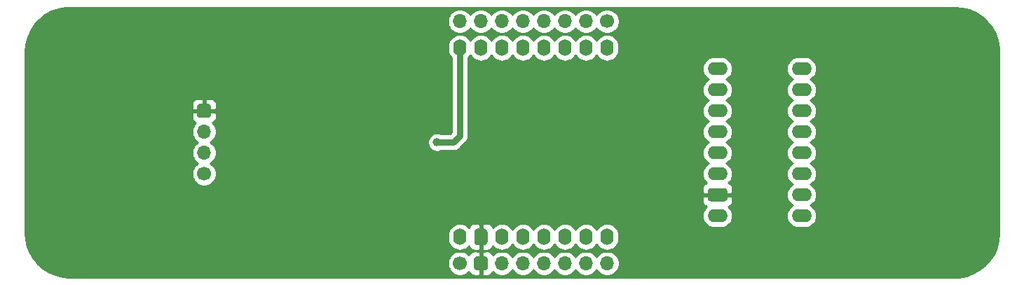
<source format=gbr>
G04 #@! TF.GenerationSoftware,KiCad,Pcbnew,5.1.5+dfsg1-2build2*
G04 #@! TF.CreationDate,2020-06-04T23:38:43+02:00*
G04 #@! TF.ProjectId,termint-wifi,7465726d-696e-4742-9d77-6966692e6b69,rev?*
G04 #@! TF.SameCoordinates,Original*
G04 #@! TF.FileFunction,Copper,L2,Bot*
G04 #@! TF.FilePolarity,Positive*
%FSLAX46Y46*%
G04 Gerber Fmt 4.6, Leading zero omitted, Abs format (unit mm)*
G04 Created by KiCad (PCBNEW 5.1.5+dfsg1-2build2) date 2020-06-04 23:38:43*
%MOMM*%
%LPD*%
G04 APERTURE LIST*
%ADD10O,1.600000X2.000000*%
%ADD11C,0.100000*%
%ADD12O,1.700000X1.700000*%
%ADD13C,1.700000*%
%ADD14C,5.700000*%
%ADD15O,2.400000X1.600000*%
%ADD16C,1.000000*%
%ADD17C,0.800000*%
%ADD18C,0.254000*%
G04 APERTURE END LIST*
D10*
X121455000Y-78430000D03*
X118915000Y-78430000D03*
X116375000Y-78430000D03*
X113835000Y-78430000D03*
X111295000Y-78430000D03*
X108755000Y-78430000D03*
G04 #@! TA.AperFunction,ComponentPad*
D11*
G36*
X106654207Y-77431926D02*
G01*
X106693036Y-77437686D01*
X106731114Y-77447224D01*
X106768073Y-77460448D01*
X106803559Y-77477231D01*
X106837228Y-77497412D01*
X106868757Y-77520796D01*
X106897843Y-77547157D01*
X106924204Y-77576243D01*
X106947588Y-77607772D01*
X106967769Y-77641441D01*
X106984552Y-77676927D01*
X106997776Y-77713886D01*
X107007314Y-77751964D01*
X107013074Y-77790793D01*
X107015000Y-77830000D01*
X107015000Y-79030000D01*
X107013074Y-79069207D01*
X107007314Y-79108036D01*
X106997776Y-79146114D01*
X106984552Y-79183073D01*
X106967769Y-79218559D01*
X106947588Y-79252228D01*
X106924204Y-79283757D01*
X106897843Y-79312843D01*
X106868757Y-79339204D01*
X106837228Y-79362588D01*
X106803559Y-79382769D01*
X106768073Y-79399552D01*
X106731114Y-79412776D01*
X106693036Y-79422314D01*
X106654207Y-79428074D01*
X106615000Y-79430000D01*
X105815000Y-79430000D01*
X105775793Y-79428074D01*
X105736964Y-79422314D01*
X105698886Y-79412776D01*
X105661927Y-79399552D01*
X105626441Y-79382769D01*
X105592772Y-79362588D01*
X105561243Y-79339204D01*
X105532157Y-79312843D01*
X105505796Y-79283757D01*
X105482412Y-79252228D01*
X105462231Y-79218559D01*
X105445448Y-79183073D01*
X105432224Y-79146114D01*
X105422686Y-79108036D01*
X105416926Y-79069207D01*
X105415000Y-79030000D01*
X105415000Y-77830000D01*
X105416926Y-77790793D01*
X105422686Y-77751964D01*
X105432224Y-77713886D01*
X105445448Y-77676927D01*
X105462231Y-77641441D01*
X105482412Y-77607772D01*
X105505796Y-77576243D01*
X105532157Y-77547157D01*
X105561243Y-77520796D01*
X105592772Y-77497412D01*
X105626441Y-77477231D01*
X105661927Y-77460448D01*
X105698886Y-77447224D01*
X105736964Y-77437686D01*
X105775793Y-77431926D01*
X105815000Y-77430000D01*
X106615000Y-77430000D01*
X106654207Y-77431926D01*
G37*
G04 #@! TD.AperFunction*
D10*
X103675000Y-78430000D03*
X103675000Y-55570000D03*
X106215000Y-55570000D03*
X108755000Y-55570000D03*
X111295000Y-55570000D03*
X113835000Y-55570000D03*
X116375000Y-55570000D03*
X121455000Y-55570000D03*
X118915000Y-55570000D03*
G04 #@! TA.AperFunction,ComponentPad*
D11*
G36*
X73237657Y-62332046D02*
G01*
X73278913Y-62338166D01*
X73319371Y-62348300D01*
X73358640Y-62362351D01*
X73396344Y-62380183D01*
X73432117Y-62401625D01*
X73465617Y-62426471D01*
X73496520Y-62454480D01*
X73524529Y-62485383D01*
X73549375Y-62518883D01*
X73570817Y-62554656D01*
X73588649Y-62592360D01*
X73602700Y-62631629D01*
X73612834Y-62672087D01*
X73618954Y-62713343D01*
X73621000Y-62755000D01*
X73621000Y-63605000D01*
X73618954Y-63646657D01*
X73612834Y-63687913D01*
X73602700Y-63728371D01*
X73588649Y-63767640D01*
X73570817Y-63805344D01*
X73549375Y-63841117D01*
X73524529Y-63874617D01*
X73496520Y-63905520D01*
X73465617Y-63933529D01*
X73432117Y-63958375D01*
X73396344Y-63979817D01*
X73358640Y-63997649D01*
X73319371Y-64011700D01*
X73278913Y-64021834D01*
X73237657Y-64027954D01*
X73196000Y-64030000D01*
X72346000Y-64030000D01*
X72304343Y-64027954D01*
X72263087Y-64021834D01*
X72222629Y-64011700D01*
X72183360Y-63997649D01*
X72145656Y-63979817D01*
X72109883Y-63958375D01*
X72076383Y-63933529D01*
X72045480Y-63905520D01*
X72017471Y-63874617D01*
X71992625Y-63841117D01*
X71971183Y-63805344D01*
X71953351Y-63767640D01*
X71939300Y-63728371D01*
X71929166Y-63687913D01*
X71923046Y-63646657D01*
X71921000Y-63605000D01*
X71921000Y-62755000D01*
X71923046Y-62713343D01*
X71929166Y-62672087D01*
X71939300Y-62631629D01*
X71953351Y-62592360D01*
X71971183Y-62554656D01*
X71992625Y-62518883D01*
X72017471Y-62485383D01*
X72045480Y-62454480D01*
X72076383Y-62426471D01*
X72109883Y-62401625D01*
X72145656Y-62380183D01*
X72183360Y-62362351D01*
X72222629Y-62348300D01*
X72263087Y-62338166D01*
X72304343Y-62332046D01*
X72346000Y-62330000D01*
X73196000Y-62330000D01*
X73237657Y-62332046D01*
G37*
G04 #@! TD.AperFunction*
D12*
X72771000Y-65720000D03*
X72771000Y-68260000D03*
D13*
X72771000Y-70800000D03*
D12*
X121455000Y-81630000D03*
X118915000Y-81630000D03*
X116375000Y-81630000D03*
X113835000Y-81630000D03*
X111295000Y-81630000D03*
X108755000Y-81630000D03*
G04 #@! TA.AperFunction,ComponentPad*
D11*
G36*
X106681657Y-80782046D02*
G01*
X106722913Y-80788166D01*
X106763371Y-80798300D01*
X106802640Y-80812351D01*
X106840344Y-80830183D01*
X106876117Y-80851625D01*
X106909617Y-80876471D01*
X106940520Y-80904480D01*
X106968529Y-80935383D01*
X106993375Y-80968883D01*
X107014817Y-81004656D01*
X107032649Y-81042360D01*
X107046700Y-81081629D01*
X107056834Y-81122087D01*
X107062954Y-81163343D01*
X107065000Y-81205000D01*
X107065000Y-82055000D01*
X107062954Y-82096657D01*
X107056834Y-82137913D01*
X107046700Y-82178371D01*
X107032649Y-82217640D01*
X107014817Y-82255344D01*
X106993375Y-82291117D01*
X106968529Y-82324617D01*
X106940520Y-82355520D01*
X106909617Y-82383529D01*
X106876117Y-82408375D01*
X106840344Y-82429817D01*
X106802640Y-82447649D01*
X106763371Y-82461700D01*
X106722913Y-82471834D01*
X106681657Y-82477954D01*
X106640000Y-82480000D01*
X105790000Y-82480000D01*
X105748343Y-82477954D01*
X105707087Y-82471834D01*
X105666629Y-82461700D01*
X105627360Y-82447649D01*
X105589656Y-82429817D01*
X105553883Y-82408375D01*
X105520383Y-82383529D01*
X105489480Y-82355520D01*
X105461471Y-82324617D01*
X105436625Y-82291117D01*
X105415183Y-82255344D01*
X105397351Y-82217640D01*
X105383300Y-82178371D01*
X105373166Y-82137913D01*
X105367046Y-82096657D01*
X105365000Y-82055000D01*
X105365000Y-81205000D01*
X105367046Y-81163343D01*
X105373166Y-81122087D01*
X105383300Y-81081629D01*
X105397351Y-81042360D01*
X105415183Y-81004656D01*
X105436625Y-80968883D01*
X105461471Y-80935383D01*
X105489480Y-80904480D01*
X105520383Y-80876471D01*
X105553883Y-80851625D01*
X105589656Y-80830183D01*
X105627360Y-80812351D01*
X105666629Y-80798300D01*
X105707087Y-80788166D01*
X105748343Y-80782046D01*
X105790000Y-80780000D01*
X106640000Y-80780000D01*
X106681657Y-80782046D01*
G37*
G04 #@! TD.AperFunction*
D13*
X103675000Y-81630000D03*
D12*
X103675000Y-52370000D03*
X106215000Y-52370000D03*
X108755000Y-52370000D03*
X111295000Y-52370000D03*
X113835000Y-52370000D03*
X116375000Y-52370000D03*
X118915000Y-52370000D03*
D13*
X121455000Y-52370000D03*
D14*
X162500000Y-57000000D03*
X162500000Y-77000000D03*
X57500000Y-77000000D03*
X57500000Y-57000000D03*
D15*
X134795000Y-75875000D03*
X144955000Y-58095000D03*
G04 #@! TA.AperFunction,ComponentPad*
D11*
G36*
X135634207Y-72536926D02*
G01*
X135673036Y-72542686D01*
X135711114Y-72552224D01*
X135748073Y-72565448D01*
X135783559Y-72582231D01*
X135817228Y-72602412D01*
X135848757Y-72625796D01*
X135877843Y-72652157D01*
X135904204Y-72681243D01*
X135927588Y-72712772D01*
X135947769Y-72746441D01*
X135964552Y-72781927D01*
X135977776Y-72818886D01*
X135987314Y-72856964D01*
X135993074Y-72895793D01*
X135995000Y-72935000D01*
X135995000Y-73735000D01*
X135993074Y-73774207D01*
X135987314Y-73813036D01*
X135977776Y-73851114D01*
X135964552Y-73888073D01*
X135947769Y-73923559D01*
X135927588Y-73957228D01*
X135904204Y-73988757D01*
X135877843Y-74017843D01*
X135848757Y-74044204D01*
X135817228Y-74067588D01*
X135783559Y-74087769D01*
X135748073Y-74104552D01*
X135711114Y-74117776D01*
X135673036Y-74127314D01*
X135634207Y-74133074D01*
X135595000Y-74135000D01*
X133995000Y-74135000D01*
X133955793Y-74133074D01*
X133916964Y-74127314D01*
X133878886Y-74117776D01*
X133841927Y-74104552D01*
X133806441Y-74087769D01*
X133772772Y-74067588D01*
X133741243Y-74044204D01*
X133712157Y-74017843D01*
X133685796Y-73988757D01*
X133662412Y-73957228D01*
X133642231Y-73923559D01*
X133625448Y-73888073D01*
X133612224Y-73851114D01*
X133602686Y-73813036D01*
X133596926Y-73774207D01*
X133595000Y-73735000D01*
X133595000Y-72935000D01*
X133596926Y-72895793D01*
X133602686Y-72856964D01*
X133612224Y-72818886D01*
X133625448Y-72781927D01*
X133642231Y-72746441D01*
X133662412Y-72712772D01*
X133685796Y-72681243D01*
X133712157Y-72652157D01*
X133741243Y-72625796D01*
X133772772Y-72602412D01*
X133806441Y-72582231D01*
X133841927Y-72565448D01*
X133878886Y-72552224D01*
X133916964Y-72542686D01*
X133955793Y-72536926D01*
X133995000Y-72535000D01*
X135595000Y-72535000D01*
X135634207Y-72536926D01*
G37*
G04 #@! TD.AperFunction*
D15*
X144955000Y-60635000D03*
X134795000Y-70795000D03*
X144955000Y-63175000D03*
X134795000Y-68255000D03*
X144955000Y-65715000D03*
X134795000Y-65715000D03*
X144955000Y-68255000D03*
X134795000Y-63175000D03*
X144955000Y-70795000D03*
X134795000Y-60635000D03*
X144955000Y-73335000D03*
X134795000Y-58095000D03*
X144955000Y-75875000D03*
D16*
X100908000Y-67000000D03*
X121455000Y-70900000D03*
X116375000Y-70900000D03*
X157200000Y-69699999D03*
X157200000Y-58915000D03*
X100908000Y-64700000D03*
D17*
X103675000Y-55570000D02*
X103675000Y-65575000D01*
X100908000Y-67000000D02*
X102926000Y-67000000D01*
X103675000Y-66251000D02*
X103675000Y-65575000D01*
X102926000Y-67000000D02*
X103675000Y-66251000D01*
D18*
G36*
X164365591Y-50771374D02*
G01*
X165207942Y-50982958D01*
X166004421Y-51329276D01*
X166733640Y-51801028D01*
X167376021Y-52385550D01*
X167914306Y-53067137D01*
X168334047Y-53827495D01*
X168623961Y-54646188D01*
X168778228Y-55512235D01*
X168801999Y-56030141D01*
X168802019Y-77972899D01*
X168728626Y-78865591D01*
X168517042Y-79707942D01*
X168170724Y-80504421D01*
X167698972Y-81233640D01*
X167114447Y-81876023D01*
X166432863Y-82414306D01*
X165672505Y-82834047D01*
X164853811Y-83123962D01*
X163987765Y-83278228D01*
X163469860Y-83301999D01*
X56527102Y-83302019D01*
X55634409Y-83228626D01*
X54792058Y-83017042D01*
X53995579Y-82670724D01*
X53266360Y-82198972D01*
X52623977Y-81614447D01*
X52520751Y-81483740D01*
X102190000Y-81483740D01*
X102190000Y-81776260D01*
X102247068Y-82063158D01*
X102359010Y-82333411D01*
X102521525Y-82576632D01*
X102728368Y-82783475D01*
X102971589Y-82945990D01*
X103241842Y-83057932D01*
X103528740Y-83115000D01*
X103821260Y-83115000D01*
X104108158Y-83057932D01*
X104378411Y-82945990D01*
X104621632Y-82783475D01*
X104753487Y-82651620D01*
X104775498Y-82724180D01*
X104834463Y-82834494D01*
X104913815Y-82931185D01*
X105010506Y-83010537D01*
X105120820Y-83069502D01*
X105240518Y-83105812D01*
X105365000Y-83118072D01*
X105929250Y-83115000D01*
X106088000Y-82956250D01*
X106088000Y-81757000D01*
X106068000Y-81757000D01*
X106068000Y-81503000D01*
X106088000Y-81503000D01*
X106088000Y-80303750D01*
X106342000Y-80303750D01*
X106342000Y-81503000D01*
X106362000Y-81503000D01*
X106362000Y-81757000D01*
X106342000Y-81757000D01*
X106342000Y-82956250D01*
X106500750Y-83115000D01*
X107065000Y-83118072D01*
X107189482Y-83105812D01*
X107309180Y-83069502D01*
X107419494Y-83010537D01*
X107516185Y-82931185D01*
X107595537Y-82834494D01*
X107654502Y-82724180D01*
X107676513Y-82651620D01*
X107808368Y-82783475D01*
X108051589Y-82945990D01*
X108321842Y-83057932D01*
X108608740Y-83115000D01*
X108901260Y-83115000D01*
X109188158Y-83057932D01*
X109458411Y-82945990D01*
X109701632Y-82783475D01*
X109908475Y-82576632D01*
X110025000Y-82402240D01*
X110141525Y-82576632D01*
X110348368Y-82783475D01*
X110591589Y-82945990D01*
X110861842Y-83057932D01*
X111148740Y-83115000D01*
X111441260Y-83115000D01*
X111728158Y-83057932D01*
X111998411Y-82945990D01*
X112241632Y-82783475D01*
X112448475Y-82576632D01*
X112565000Y-82402240D01*
X112681525Y-82576632D01*
X112888368Y-82783475D01*
X113131589Y-82945990D01*
X113401842Y-83057932D01*
X113688740Y-83115000D01*
X113981260Y-83115000D01*
X114268158Y-83057932D01*
X114538411Y-82945990D01*
X114781632Y-82783475D01*
X114988475Y-82576632D01*
X115105000Y-82402240D01*
X115221525Y-82576632D01*
X115428368Y-82783475D01*
X115671589Y-82945990D01*
X115941842Y-83057932D01*
X116228740Y-83115000D01*
X116521260Y-83115000D01*
X116808158Y-83057932D01*
X117078411Y-82945990D01*
X117321632Y-82783475D01*
X117528475Y-82576632D01*
X117645000Y-82402240D01*
X117761525Y-82576632D01*
X117968368Y-82783475D01*
X118211589Y-82945990D01*
X118481842Y-83057932D01*
X118768740Y-83115000D01*
X119061260Y-83115000D01*
X119348158Y-83057932D01*
X119618411Y-82945990D01*
X119861632Y-82783475D01*
X120068475Y-82576632D01*
X120185000Y-82402240D01*
X120301525Y-82576632D01*
X120508368Y-82783475D01*
X120751589Y-82945990D01*
X121021842Y-83057932D01*
X121308740Y-83115000D01*
X121601260Y-83115000D01*
X121888158Y-83057932D01*
X122158411Y-82945990D01*
X122401632Y-82783475D01*
X122608475Y-82576632D01*
X122770990Y-82333411D01*
X122882932Y-82063158D01*
X122940000Y-81776260D01*
X122940000Y-81483740D01*
X122882932Y-81196842D01*
X122770990Y-80926589D01*
X122608475Y-80683368D01*
X122401632Y-80476525D01*
X122158411Y-80314010D01*
X121888158Y-80202068D01*
X121601260Y-80145000D01*
X121308740Y-80145000D01*
X121021842Y-80202068D01*
X120751589Y-80314010D01*
X120508368Y-80476525D01*
X120301525Y-80683368D01*
X120185000Y-80857760D01*
X120068475Y-80683368D01*
X119861632Y-80476525D01*
X119618411Y-80314010D01*
X119348158Y-80202068D01*
X119061260Y-80145000D01*
X118768740Y-80145000D01*
X118481842Y-80202068D01*
X118211589Y-80314010D01*
X117968368Y-80476525D01*
X117761525Y-80683368D01*
X117645000Y-80857760D01*
X117528475Y-80683368D01*
X117321632Y-80476525D01*
X117078411Y-80314010D01*
X116808158Y-80202068D01*
X116521260Y-80145000D01*
X116228740Y-80145000D01*
X115941842Y-80202068D01*
X115671589Y-80314010D01*
X115428368Y-80476525D01*
X115221525Y-80683368D01*
X115105000Y-80857760D01*
X114988475Y-80683368D01*
X114781632Y-80476525D01*
X114538411Y-80314010D01*
X114268158Y-80202068D01*
X113981260Y-80145000D01*
X113688740Y-80145000D01*
X113401842Y-80202068D01*
X113131589Y-80314010D01*
X112888368Y-80476525D01*
X112681525Y-80683368D01*
X112565000Y-80857760D01*
X112448475Y-80683368D01*
X112241632Y-80476525D01*
X111998411Y-80314010D01*
X111728158Y-80202068D01*
X111441260Y-80145000D01*
X111148740Y-80145000D01*
X110861842Y-80202068D01*
X110591589Y-80314010D01*
X110348368Y-80476525D01*
X110141525Y-80683368D01*
X110025000Y-80857760D01*
X109908475Y-80683368D01*
X109701632Y-80476525D01*
X109458411Y-80314010D01*
X109188158Y-80202068D01*
X108901260Y-80145000D01*
X108608740Y-80145000D01*
X108321842Y-80202068D01*
X108051589Y-80314010D01*
X107808368Y-80476525D01*
X107676513Y-80608380D01*
X107654502Y-80535820D01*
X107595537Y-80425506D01*
X107516185Y-80328815D01*
X107419494Y-80249463D01*
X107309180Y-80190498D01*
X107189482Y-80154188D01*
X107065000Y-80141928D01*
X106500750Y-80145000D01*
X106342000Y-80303750D01*
X106088000Y-80303750D01*
X105929250Y-80145000D01*
X105365000Y-80141928D01*
X105240518Y-80154188D01*
X105120820Y-80190498D01*
X105010506Y-80249463D01*
X104913815Y-80328815D01*
X104834463Y-80425506D01*
X104775498Y-80535820D01*
X104753487Y-80608380D01*
X104621632Y-80476525D01*
X104378411Y-80314010D01*
X104108158Y-80202068D01*
X103821260Y-80145000D01*
X103528740Y-80145000D01*
X103241842Y-80202068D01*
X102971589Y-80314010D01*
X102728368Y-80476525D01*
X102521525Y-80683368D01*
X102359010Y-80926589D01*
X102247068Y-81196842D01*
X102190000Y-81483740D01*
X52520751Y-81483740D01*
X52085694Y-80932863D01*
X51665953Y-80172505D01*
X51376038Y-79353811D01*
X51221772Y-78487765D01*
X51206706Y-78159508D01*
X102240000Y-78159508D01*
X102240000Y-78700491D01*
X102260764Y-78911308D01*
X102342818Y-79181807D01*
X102476068Y-79431100D01*
X102655392Y-79649607D01*
X102873899Y-79828932D01*
X103123192Y-79962182D01*
X103393691Y-80044236D01*
X103675000Y-80071943D01*
X103956308Y-80044236D01*
X104226807Y-79962182D01*
X104476100Y-79828932D01*
X104694607Y-79649608D01*
X104787419Y-79536517D01*
X104789188Y-79554482D01*
X104825498Y-79674180D01*
X104884463Y-79784494D01*
X104963815Y-79881185D01*
X105060506Y-79960537D01*
X105170820Y-80019502D01*
X105290518Y-80055812D01*
X105415000Y-80068072D01*
X105929250Y-80065000D01*
X106088000Y-79906250D01*
X106088000Y-78557000D01*
X106068000Y-78557000D01*
X106068000Y-78303000D01*
X106088000Y-78303000D01*
X106088000Y-76953750D01*
X106342000Y-76953750D01*
X106342000Y-78303000D01*
X106362000Y-78303000D01*
X106362000Y-78557000D01*
X106342000Y-78557000D01*
X106342000Y-79906250D01*
X106500750Y-80065000D01*
X107015000Y-80068072D01*
X107139482Y-80055812D01*
X107259180Y-80019502D01*
X107369494Y-79960537D01*
X107466185Y-79881185D01*
X107545537Y-79784494D01*
X107604502Y-79674180D01*
X107640812Y-79554482D01*
X107642581Y-79536517D01*
X107735392Y-79649607D01*
X107953899Y-79828932D01*
X108203192Y-79962182D01*
X108473691Y-80044236D01*
X108755000Y-80071943D01*
X109036308Y-80044236D01*
X109306807Y-79962182D01*
X109556100Y-79828932D01*
X109774607Y-79649608D01*
X109953932Y-79431101D01*
X110025000Y-79298142D01*
X110096068Y-79431100D01*
X110275392Y-79649607D01*
X110493899Y-79828932D01*
X110743192Y-79962182D01*
X111013691Y-80044236D01*
X111295000Y-80071943D01*
X111576308Y-80044236D01*
X111846807Y-79962182D01*
X112096100Y-79828932D01*
X112314607Y-79649608D01*
X112493932Y-79431101D01*
X112565000Y-79298142D01*
X112636068Y-79431100D01*
X112815392Y-79649607D01*
X113033899Y-79828932D01*
X113283192Y-79962182D01*
X113553691Y-80044236D01*
X113835000Y-80071943D01*
X114116308Y-80044236D01*
X114386807Y-79962182D01*
X114636100Y-79828932D01*
X114854607Y-79649608D01*
X115033932Y-79431101D01*
X115105000Y-79298142D01*
X115176068Y-79431100D01*
X115355392Y-79649607D01*
X115573899Y-79828932D01*
X115823192Y-79962182D01*
X116093691Y-80044236D01*
X116375000Y-80071943D01*
X116656308Y-80044236D01*
X116926807Y-79962182D01*
X117176100Y-79828932D01*
X117394607Y-79649608D01*
X117573932Y-79431101D01*
X117645000Y-79298142D01*
X117716068Y-79431100D01*
X117895392Y-79649607D01*
X118113899Y-79828932D01*
X118363192Y-79962182D01*
X118633691Y-80044236D01*
X118915000Y-80071943D01*
X119196308Y-80044236D01*
X119466807Y-79962182D01*
X119716100Y-79828932D01*
X119934607Y-79649608D01*
X120113932Y-79431101D01*
X120185000Y-79298142D01*
X120256068Y-79431100D01*
X120435392Y-79649607D01*
X120653899Y-79828932D01*
X120903192Y-79962182D01*
X121173691Y-80044236D01*
X121455000Y-80071943D01*
X121736308Y-80044236D01*
X122006807Y-79962182D01*
X122256100Y-79828932D01*
X122474607Y-79649608D01*
X122653932Y-79431101D01*
X122787182Y-79181808D01*
X122869236Y-78911309D01*
X122890000Y-78700492D01*
X122890000Y-78159509D01*
X122869236Y-77948692D01*
X122787182Y-77678193D01*
X122653932Y-77428899D01*
X122474608Y-77210392D01*
X122256101Y-77031068D01*
X122006808Y-76897818D01*
X121736309Y-76815764D01*
X121455000Y-76788057D01*
X121173692Y-76815764D01*
X120903193Y-76897818D01*
X120653900Y-77031068D01*
X120435393Y-77210392D01*
X120256068Y-77428899D01*
X120185000Y-77561858D01*
X120113932Y-77428899D01*
X119934608Y-77210392D01*
X119716101Y-77031068D01*
X119466808Y-76897818D01*
X119196309Y-76815764D01*
X118915000Y-76788057D01*
X118633692Y-76815764D01*
X118363193Y-76897818D01*
X118113900Y-77031068D01*
X117895393Y-77210392D01*
X117716068Y-77428899D01*
X117645000Y-77561858D01*
X117573932Y-77428899D01*
X117394608Y-77210392D01*
X117176101Y-77031068D01*
X116926808Y-76897818D01*
X116656309Y-76815764D01*
X116375000Y-76788057D01*
X116093692Y-76815764D01*
X115823193Y-76897818D01*
X115573900Y-77031068D01*
X115355393Y-77210392D01*
X115176068Y-77428899D01*
X115105000Y-77561858D01*
X115033932Y-77428899D01*
X114854608Y-77210392D01*
X114636101Y-77031068D01*
X114386808Y-76897818D01*
X114116309Y-76815764D01*
X113835000Y-76788057D01*
X113553692Y-76815764D01*
X113283193Y-76897818D01*
X113033900Y-77031068D01*
X112815393Y-77210392D01*
X112636068Y-77428899D01*
X112565000Y-77561858D01*
X112493932Y-77428899D01*
X112314608Y-77210392D01*
X112096101Y-77031068D01*
X111846808Y-76897818D01*
X111576309Y-76815764D01*
X111295000Y-76788057D01*
X111013692Y-76815764D01*
X110743193Y-76897818D01*
X110493900Y-77031068D01*
X110275393Y-77210392D01*
X110096068Y-77428899D01*
X110025000Y-77561858D01*
X109953932Y-77428899D01*
X109774608Y-77210392D01*
X109556101Y-77031068D01*
X109306808Y-76897818D01*
X109036309Y-76815764D01*
X108755000Y-76788057D01*
X108473692Y-76815764D01*
X108203193Y-76897818D01*
X107953900Y-77031068D01*
X107735393Y-77210392D01*
X107642581Y-77323483D01*
X107640812Y-77305518D01*
X107604502Y-77185820D01*
X107545537Y-77075506D01*
X107466185Y-76978815D01*
X107369494Y-76899463D01*
X107259180Y-76840498D01*
X107139482Y-76804188D01*
X107015000Y-76791928D01*
X106500750Y-76795000D01*
X106342000Y-76953750D01*
X106088000Y-76953750D01*
X105929250Y-76795000D01*
X105415000Y-76791928D01*
X105290518Y-76804188D01*
X105170820Y-76840498D01*
X105060506Y-76899463D01*
X104963815Y-76978815D01*
X104884463Y-77075506D01*
X104825498Y-77185820D01*
X104789188Y-77305518D01*
X104787419Y-77323482D01*
X104694608Y-77210392D01*
X104476101Y-77031068D01*
X104226808Y-76897818D01*
X103956309Y-76815764D01*
X103675000Y-76788057D01*
X103393692Y-76815764D01*
X103123193Y-76897818D01*
X102873900Y-77031068D01*
X102655393Y-77210392D01*
X102476068Y-77428899D01*
X102342818Y-77678192D01*
X102260764Y-77948691D01*
X102240000Y-78159508D01*
X51206706Y-78159508D01*
X51198001Y-77969859D01*
X51198000Y-75875000D01*
X132953057Y-75875000D01*
X132980764Y-76156309D01*
X133062818Y-76426808D01*
X133196068Y-76676101D01*
X133375392Y-76894608D01*
X133593899Y-77073932D01*
X133843192Y-77207182D01*
X134113691Y-77289236D01*
X134324508Y-77310000D01*
X135265492Y-77310000D01*
X135476309Y-77289236D01*
X135746808Y-77207182D01*
X135996101Y-77073932D01*
X136214608Y-76894608D01*
X136393932Y-76676101D01*
X136527182Y-76426808D01*
X136609236Y-76156309D01*
X136636943Y-75875000D01*
X136609236Y-75593691D01*
X136527182Y-75323192D01*
X136393932Y-75073899D01*
X136214608Y-74855392D01*
X136101518Y-74762581D01*
X136119482Y-74760812D01*
X136239180Y-74724502D01*
X136349494Y-74665537D01*
X136446185Y-74586185D01*
X136525537Y-74489494D01*
X136584502Y-74379180D01*
X136620812Y-74259482D01*
X136633072Y-74135000D01*
X136630000Y-73620750D01*
X136471250Y-73462000D01*
X134922000Y-73462000D01*
X134922000Y-73482000D01*
X134668000Y-73482000D01*
X134668000Y-73462000D01*
X133118750Y-73462000D01*
X132960000Y-73620750D01*
X132956928Y-74135000D01*
X132969188Y-74259482D01*
X133005498Y-74379180D01*
X133064463Y-74489494D01*
X133143815Y-74586185D01*
X133240506Y-74665537D01*
X133350820Y-74724502D01*
X133470518Y-74760812D01*
X133488482Y-74762581D01*
X133375392Y-74855392D01*
X133196068Y-75073899D01*
X133062818Y-75323192D01*
X132980764Y-75593691D01*
X132953057Y-75875000D01*
X51198000Y-75875000D01*
X51197989Y-64030000D01*
X71282928Y-64030000D01*
X71295188Y-64154482D01*
X71331498Y-64274180D01*
X71390463Y-64384494D01*
X71469815Y-64481185D01*
X71566506Y-64560537D01*
X71676820Y-64619502D01*
X71749380Y-64641513D01*
X71617525Y-64773368D01*
X71455010Y-65016589D01*
X71343068Y-65286842D01*
X71286000Y-65573740D01*
X71286000Y-65866260D01*
X71343068Y-66153158D01*
X71455010Y-66423411D01*
X71617525Y-66666632D01*
X71824368Y-66873475D01*
X71998760Y-66990000D01*
X71824368Y-67106525D01*
X71617525Y-67313368D01*
X71455010Y-67556589D01*
X71343068Y-67826842D01*
X71286000Y-68113740D01*
X71286000Y-68406260D01*
X71343068Y-68693158D01*
X71455010Y-68963411D01*
X71617525Y-69206632D01*
X71824368Y-69413475D01*
X71998760Y-69530000D01*
X71824368Y-69646525D01*
X71617525Y-69853368D01*
X71455010Y-70096589D01*
X71343068Y-70366842D01*
X71286000Y-70653740D01*
X71286000Y-70946260D01*
X71343068Y-71233158D01*
X71455010Y-71503411D01*
X71617525Y-71746632D01*
X71824368Y-71953475D01*
X72067589Y-72115990D01*
X72337842Y-72227932D01*
X72624740Y-72285000D01*
X72917260Y-72285000D01*
X73204158Y-72227932D01*
X73474411Y-72115990D01*
X73717632Y-71953475D01*
X73924475Y-71746632D01*
X74086990Y-71503411D01*
X74198932Y-71233158D01*
X74256000Y-70946260D01*
X74256000Y-70653740D01*
X74198932Y-70366842D01*
X74086990Y-70096589D01*
X73924475Y-69853368D01*
X73717632Y-69646525D01*
X73543240Y-69530000D01*
X73717632Y-69413475D01*
X73924475Y-69206632D01*
X74086990Y-68963411D01*
X74198932Y-68693158D01*
X74256000Y-68406260D01*
X74256000Y-68113740D01*
X74198932Y-67826842D01*
X74086990Y-67556589D01*
X73924475Y-67313368D01*
X73717632Y-67106525D01*
X73543240Y-66990000D01*
X73695576Y-66888212D01*
X99773000Y-66888212D01*
X99773000Y-67111788D01*
X99816617Y-67331067D01*
X99902176Y-67537624D01*
X100026388Y-67723520D01*
X100184480Y-67881612D01*
X100370376Y-68005824D01*
X100576933Y-68091383D01*
X100796212Y-68135000D01*
X101019788Y-68135000D01*
X101239067Y-68091383D01*
X101375187Y-68035000D01*
X102875172Y-68035000D01*
X102926000Y-68040006D01*
X102976828Y-68035000D01*
X102976838Y-68035000D01*
X103128895Y-68020024D01*
X103323993Y-67960841D01*
X103503797Y-67864734D01*
X103661396Y-67735396D01*
X103693807Y-67695903D01*
X104370908Y-67018803D01*
X104410396Y-66986396D01*
X104469866Y-66913932D01*
X104539734Y-66828798D01*
X104625183Y-66668933D01*
X104635841Y-66648993D01*
X104695024Y-66453895D01*
X104710000Y-66301838D01*
X104710000Y-66301836D01*
X104715007Y-66251000D01*
X104710000Y-66200165D01*
X104710000Y-58095000D01*
X132953057Y-58095000D01*
X132980764Y-58376309D01*
X133062818Y-58646808D01*
X133196068Y-58896101D01*
X133375392Y-59114608D01*
X133593899Y-59293932D01*
X133726858Y-59365000D01*
X133593899Y-59436068D01*
X133375392Y-59615392D01*
X133196068Y-59833899D01*
X133062818Y-60083192D01*
X132980764Y-60353691D01*
X132953057Y-60635000D01*
X132980764Y-60916309D01*
X133062818Y-61186808D01*
X133196068Y-61436101D01*
X133375392Y-61654608D01*
X133593899Y-61833932D01*
X133726858Y-61905000D01*
X133593899Y-61976068D01*
X133375392Y-62155392D01*
X133196068Y-62373899D01*
X133062818Y-62623192D01*
X132980764Y-62893691D01*
X132953057Y-63175000D01*
X132980764Y-63456309D01*
X133062818Y-63726808D01*
X133196068Y-63976101D01*
X133375392Y-64194608D01*
X133593899Y-64373932D01*
X133726858Y-64445000D01*
X133593899Y-64516068D01*
X133375392Y-64695392D01*
X133196068Y-64913899D01*
X133062818Y-65163192D01*
X132980764Y-65433691D01*
X132953057Y-65715000D01*
X132980764Y-65996309D01*
X133062818Y-66266808D01*
X133196068Y-66516101D01*
X133375392Y-66734608D01*
X133593899Y-66913932D01*
X133726858Y-66985000D01*
X133593899Y-67056068D01*
X133375392Y-67235392D01*
X133196068Y-67453899D01*
X133062818Y-67703192D01*
X132980764Y-67973691D01*
X132953057Y-68255000D01*
X132980764Y-68536309D01*
X133062818Y-68806808D01*
X133196068Y-69056101D01*
X133375392Y-69274608D01*
X133593899Y-69453932D01*
X133726858Y-69525000D01*
X133593899Y-69596068D01*
X133375392Y-69775392D01*
X133196068Y-69993899D01*
X133062818Y-70243192D01*
X132980764Y-70513691D01*
X132953057Y-70795000D01*
X132980764Y-71076309D01*
X133062818Y-71346808D01*
X133196068Y-71596101D01*
X133375392Y-71814608D01*
X133488482Y-71907419D01*
X133470518Y-71909188D01*
X133350820Y-71945498D01*
X133240506Y-72004463D01*
X133143815Y-72083815D01*
X133064463Y-72180506D01*
X133005498Y-72290820D01*
X132969188Y-72410518D01*
X132956928Y-72535000D01*
X132960000Y-73049250D01*
X133118750Y-73208000D01*
X134668000Y-73208000D01*
X134668000Y-73188000D01*
X134922000Y-73188000D01*
X134922000Y-73208000D01*
X136471250Y-73208000D01*
X136630000Y-73049250D01*
X136633072Y-72535000D01*
X136620812Y-72410518D01*
X136584502Y-72290820D01*
X136525537Y-72180506D01*
X136446185Y-72083815D01*
X136349494Y-72004463D01*
X136239180Y-71945498D01*
X136119482Y-71909188D01*
X136101518Y-71907419D01*
X136214608Y-71814608D01*
X136393932Y-71596101D01*
X136527182Y-71346808D01*
X136609236Y-71076309D01*
X136636943Y-70795000D01*
X136609236Y-70513691D01*
X136527182Y-70243192D01*
X136393932Y-69993899D01*
X136214608Y-69775392D01*
X135996101Y-69596068D01*
X135863142Y-69525000D01*
X135996101Y-69453932D01*
X136214608Y-69274608D01*
X136393932Y-69056101D01*
X136527182Y-68806808D01*
X136609236Y-68536309D01*
X136636943Y-68255000D01*
X136609236Y-67973691D01*
X136527182Y-67703192D01*
X136393932Y-67453899D01*
X136214608Y-67235392D01*
X135996101Y-67056068D01*
X135863142Y-66985000D01*
X135996101Y-66913932D01*
X136214608Y-66734608D01*
X136393932Y-66516101D01*
X136527182Y-66266808D01*
X136609236Y-65996309D01*
X136636943Y-65715000D01*
X136609236Y-65433691D01*
X136527182Y-65163192D01*
X136393932Y-64913899D01*
X136214608Y-64695392D01*
X135996101Y-64516068D01*
X135863142Y-64445000D01*
X135996101Y-64373932D01*
X136214608Y-64194608D01*
X136393932Y-63976101D01*
X136527182Y-63726808D01*
X136609236Y-63456309D01*
X136636943Y-63175000D01*
X136609236Y-62893691D01*
X136527182Y-62623192D01*
X136393932Y-62373899D01*
X136214608Y-62155392D01*
X135996101Y-61976068D01*
X135863142Y-61905000D01*
X135996101Y-61833932D01*
X136214608Y-61654608D01*
X136393932Y-61436101D01*
X136527182Y-61186808D01*
X136609236Y-60916309D01*
X136636943Y-60635000D01*
X136609236Y-60353691D01*
X136527182Y-60083192D01*
X136393932Y-59833899D01*
X136214608Y-59615392D01*
X135996101Y-59436068D01*
X135863142Y-59365000D01*
X135996101Y-59293932D01*
X136214608Y-59114608D01*
X136393932Y-58896101D01*
X136527182Y-58646808D01*
X136609236Y-58376309D01*
X136636943Y-58095000D01*
X143113057Y-58095000D01*
X143140764Y-58376309D01*
X143222818Y-58646808D01*
X143356068Y-58896101D01*
X143535392Y-59114608D01*
X143753899Y-59293932D01*
X143886858Y-59365000D01*
X143753899Y-59436068D01*
X143535392Y-59615392D01*
X143356068Y-59833899D01*
X143222818Y-60083192D01*
X143140764Y-60353691D01*
X143113057Y-60635000D01*
X143140764Y-60916309D01*
X143222818Y-61186808D01*
X143356068Y-61436101D01*
X143535392Y-61654608D01*
X143753899Y-61833932D01*
X143886858Y-61905000D01*
X143753899Y-61976068D01*
X143535392Y-62155392D01*
X143356068Y-62373899D01*
X143222818Y-62623192D01*
X143140764Y-62893691D01*
X143113057Y-63175000D01*
X143140764Y-63456309D01*
X143222818Y-63726808D01*
X143356068Y-63976101D01*
X143535392Y-64194608D01*
X143753899Y-64373932D01*
X143886858Y-64445000D01*
X143753899Y-64516068D01*
X143535392Y-64695392D01*
X143356068Y-64913899D01*
X143222818Y-65163192D01*
X143140764Y-65433691D01*
X143113057Y-65715000D01*
X143140764Y-65996309D01*
X143222818Y-66266808D01*
X143356068Y-66516101D01*
X143535392Y-66734608D01*
X143753899Y-66913932D01*
X143886858Y-66985000D01*
X143753899Y-67056068D01*
X143535392Y-67235392D01*
X143356068Y-67453899D01*
X143222818Y-67703192D01*
X143140764Y-67973691D01*
X143113057Y-68255000D01*
X143140764Y-68536309D01*
X143222818Y-68806808D01*
X143356068Y-69056101D01*
X143535392Y-69274608D01*
X143753899Y-69453932D01*
X143886858Y-69525000D01*
X143753899Y-69596068D01*
X143535392Y-69775392D01*
X143356068Y-69993899D01*
X143222818Y-70243192D01*
X143140764Y-70513691D01*
X143113057Y-70795000D01*
X143140764Y-71076309D01*
X143222818Y-71346808D01*
X143356068Y-71596101D01*
X143535392Y-71814608D01*
X143753899Y-71993932D01*
X143886858Y-72065000D01*
X143753899Y-72136068D01*
X143535392Y-72315392D01*
X143356068Y-72533899D01*
X143222818Y-72783192D01*
X143140764Y-73053691D01*
X143113057Y-73335000D01*
X143140764Y-73616309D01*
X143222818Y-73886808D01*
X143356068Y-74136101D01*
X143535392Y-74354608D01*
X143753899Y-74533932D01*
X143886858Y-74605000D01*
X143753899Y-74676068D01*
X143535392Y-74855392D01*
X143356068Y-75073899D01*
X143222818Y-75323192D01*
X143140764Y-75593691D01*
X143113057Y-75875000D01*
X143140764Y-76156309D01*
X143222818Y-76426808D01*
X143356068Y-76676101D01*
X143535392Y-76894608D01*
X143753899Y-77073932D01*
X144003192Y-77207182D01*
X144273691Y-77289236D01*
X144484508Y-77310000D01*
X145425492Y-77310000D01*
X145636309Y-77289236D01*
X145906808Y-77207182D01*
X146156101Y-77073932D01*
X146374608Y-76894608D01*
X146553932Y-76676101D01*
X146687182Y-76426808D01*
X146769236Y-76156309D01*
X146796943Y-75875000D01*
X146769236Y-75593691D01*
X146687182Y-75323192D01*
X146553932Y-75073899D01*
X146374608Y-74855392D01*
X146156101Y-74676068D01*
X146023142Y-74605000D01*
X146156101Y-74533932D01*
X146374608Y-74354608D01*
X146553932Y-74136101D01*
X146687182Y-73886808D01*
X146769236Y-73616309D01*
X146796943Y-73335000D01*
X146769236Y-73053691D01*
X146687182Y-72783192D01*
X146553932Y-72533899D01*
X146374608Y-72315392D01*
X146156101Y-72136068D01*
X146023142Y-72065000D01*
X146156101Y-71993932D01*
X146374608Y-71814608D01*
X146553932Y-71596101D01*
X146687182Y-71346808D01*
X146769236Y-71076309D01*
X146796943Y-70795000D01*
X146769236Y-70513691D01*
X146687182Y-70243192D01*
X146553932Y-69993899D01*
X146374608Y-69775392D01*
X146156101Y-69596068D01*
X146023142Y-69525000D01*
X146156101Y-69453932D01*
X146374608Y-69274608D01*
X146553932Y-69056101D01*
X146687182Y-68806808D01*
X146769236Y-68536309D01*
X146796943Y-68255000D01*
X146769236Y-67973691D01*
X146687182Y-67703192D01*
X146553932Y-67453899D01*
X146374608Y-67235392D01*
X146156101Y-67056068D01*
X146023142Y-66985000D01*
X146156101Y-66913932D01*
X146374608Y-66734608D01*
X146553932Y-66516101D01*
X146687182Y-66266808D01*
X146769236Y-65996309D01*
X146796943Y-65715000D01*
X146769236Y-65433691D01*
X146687182Y-65163192D01*
X146553932Y-64913899D01*
X146374608Y-64695392D01*
X146156101Y-64516068D01*
X146023142Y-64445000D01*
X146156101Y-64373932D01*
X146374608Y-64194608D01*
X146553932Y-63976101D01*
X146687182Y-63726808D01*
X146769236Y-63456309D01*
X146796943Y-63175000D01*
X146769236Y-62893691D01*
X146687182Y-62623192D01*
X146553932Y-62373899D01*
X146374608Y-62155392D01*
X146156101Y-61976068D01*
X146023142Y-61905000D01*
X146156101Y-61833932D01*
X146374608Y-61654608D01*
X146553932Y-61436101D01*
X146687182Y-61186808D01*
X146769236Y-60916309D01*
X146796943Y-60635000D01*
X146769236Y-60353691D01*
X146687182Y-60083192D01*
X146553932Y-59833899D01*
X146374608Y-59615392D01*
X146156101Y-59436068D01*
X146023142Y-59365000D01*
X146156101Y-59293932D01*
X146374608Y-59114608D01*
X146553932Y-58896101D01*
X146687182Y-58646808D01*
X146769236Y-58376309D01*
X146796943Y-58095000D01*
X146769236Y-57813691D01*
X146687182Y-57543192D01*
X146553932Y-57293899D01*
X146374608Y-57075392D01*
X146156101Y-56896068D01*
X145906808Y-56762818D01*
X145636309Y-56680764D01*
X145425492Y-56660000D01*
X144484508Y-56660000D01*
X144273691Y-56680764D01*
X144003192Y-56762818D01*
X143753899Y-56896068D01*
X143535392Y-57075392D01*
X143356068Y-57293899D01*
X143222818Y-57543192D01*
X143140764Y-57813691D01*
X143113057Y-58095000D01*
X136636943Y-58095000D01*
X136609236Y-57813691D01*
X136527182Y-57543192D01*
X136393932Y-57293899D01*
X136214608Y-57075392D01*
X135996101Y-56896068D01*
X135746808Y-56762818D01*
X135476309Y-56680764D01*
X135265492Y-56660000D01*
X134324508Y-56660000D01*
X134113691Y-56680764D01*
X133843192Y-56762818D01*
X133593899Y-56896068D01*
X133375392Y-57075392D01*
X133196068Y-57293899D01*
X133062818Y-57543192D01*
X132980764Y-57813691D01*
X132953057Y-58095000D01*
X104710000Y-58095000D01*
X104710000Y-56770852D01*
X104873932Y-56571101D01*
X104945000Y-56438142D01*
X105016068Y-56571100D01*
X105195392Y-56789607D01*
X105413899Y-56968932D01*
X105663192Y-57102182D01*
X105933691Y-57184236D01*
X106215000Y-57211943D01*
X106496308Y-57184236D01*
X106766807Y-57102182D01*
X107016100Y-56968932D01*
X107234607Y-56789608D01*
X107413932Y-56571101D01*
X107485000Y-56438142D01*
X107556068Y-56571100D01*
X107735392Y-56789607D01*
X107953899Y-56968932D01*
X108203192Y-57102182D01*
X108473691Y-57184236D01*
X108755000Y-57211943D01*
X109036308Y-57184236D01*
X109306807Y-57102182D01*
X109556100Y-56968932D01*
X109774607Y-56789608D01*
X109953932Y-56571101D01*
X110025000Y-56438142D01*
X110096068Y-56571100D01*
X110275392Y-56789607D01*
X110493899Y-56968932D01*
X110743192Y-57102182D01*
X111013691Y-57184236D01*
X111295000Y-57211943D01*
X111576308Y-57184236D01*
X111846807Y-57102182D01*
X112096100Y-56968932D01*
X112314607Y-56789608D01*
X112493932Y-56571101D01*
X112565000Y-56438142D01*
X112636068Y-56571100D01*
X112815392Y-56789607D01*
X113033899Y-56968932D01*
X113283192Y-57102182D01*
X113553691Y-57184236D01*
X113835000Y-57211943D01*
X114116308Y-57184236D01*
X114386807Y-57102182D01*
X114636100Y-56968932D01*
X114854607Y-56789608D01*
X115033932Y-56571101D01*
X115105000Y-56438142D01*
X115176068Y-56571100D01*
X115355392Y-56789607D01*
X115573899Y-56968932D01*
X115823192Y-57102182D01*
X116093691Y-57184236D01*
X116375000Y-57211943D01*
X116656308Y-57184236D01*
X116926807Y-57102182D01*
X117176100Y-56968932D01*
X117394607Y-56789608D01*
X117573932Y-56571101D01*
X117645000Y-56438142D01*
X117716068Y-56571100D01*
X117895392Y-56789607D01*
X118113899Y-56968932D01*
X118363192Y-57102182D01*
X118633691Y-57184236D01*
X118915000Y-57211943D01*
X119196308Y-57184236D01*
X119466807Y-57102182D01*
X119716100Y-56968932D01*
X119934607Y-56789608D01*
X120113932Y-56571101D01*
X120185000Y-56438142D01*
X120256068Y-56571100D01*
X120435392Y-56789607D01*
X120653899Y-56968932D01*
X120903192Y-57102182D01*
X121173691Y-57184236D01*
X121455000Y-57211943D01*
X121736308Y-57184236D01*
X122006807Y-57102182D01*
X122256100Y-56968932D01*
X122474607Y-56789608D01*
X122653932Y-56571101D01*
X122787182Y-56321808D01*
X122869236Y-56051309D01*
X122890000Y-55840492D01*
X122890000Y-55299509D01*
X122869236Y-55088692D01*
X122787182Y-54818193D01*
X122653932Y-54568899D01*
X122474608Y-54350392D01*
X122256101Y-54171068D01*
X122006808Y-54037818D01*
X121736309Y-53955764D01*
X121455000Y-53928057D01*
X121173692Y-53955764D01*
X120903193Y-54037818D01*
X120653900Y-54171068D01*
X120435393Y-54350392D01*
X120256068Y-54568899D01*
X120185000Y-54701858D01*
X120113932Y-54568899D01*
X119934608Y-54350392D01*
X119716101Y-54171068D01*
X119466808Y-54037818D01*
X119196309Y-53955764D01*
X118915000Y-53928057D01*
X118633692Y-53955764D01*
X118363193Y-54037818D01*
X118113900Y-54171068D01*
X117895393Y-54350392D01*
X117716068Y-54568899D01*
X117645000Y-54701858D01*
X117573932Y-54568899D01*
X117394608Y-54350392D01*
X117176101Y-54171068D01*
X116926808Y-54037818D01*
X116656309Y-53955764D01*
X116375000Y-53928057D01*
X116093692Y-53955764D01*
X115823193Y-54037818D01*
X115573900Y-54171068D01*
X115355393Y-54350392D01*
X115176068Y-54568899D01*
X115105000Y-54701858D01*
X115033932Y-54568899D01*
X114854608Y-54350392D01*
X114636101Y-54171068D01*
X114386808Y-54037818D01*
X114116309Y-53955764D01*
X113835000Y-53928057D01*
X113553692Y-53955764D01*
X113283193Y-54037818D01*
X113033900Y-54171068D01*
X112815393Y-54350392D01*
X112636068Y-54568899D01*
X112565000Y-54701858D01*
X112493932Y-54568899D01*
X112314608Y-54350392D01*
X112096101Y-54171068D01*
X111846808Y-54037818D01*
X111576309Y-53955764D01*
X111295000Y-53928057D01*
X111013692Y-53955764D01*
X110743193Y-54037818D01*
X110493900Y-54171068D01*
X110275393Y-54350392D01*
X110096068Y-54568899D01*
X110025000Y-54701858D01*
X109953932Y-54568899D01*
X109774608Y-54350392D01*
X109556101Y-54171068D01*
X109306808Y-54037818D01*
X109036309Y-53955764D01*
X108755000Y-53928057D01*
X108473692Y-53955764D01*
X108203193Y-54037818D01*
X107953900Y-54171068D01*
X107735393Y-54350392D01*
X107556068Y-54568899D01*
X107485000Y-54701858D01*
X107413932Y-54568899D01*
X107234608Y-54350392D01*
X107016101Y-54171068D01*
X106766808Y-54037818D01*
X106496309Y-53955764D01*
X106215000Y-53928057D01*
X105933692Y-53955764D01*
X105663193Y-54037818D01*
X105413900Y-54171068D01*
X105195393Y-54350392D01*
X105016068Y-54568899D01*
X104945000Y-54701858D01*
X104873932Y-54568899D01*
X104694608Y-54350392D01*
X104476101Y-54171068D01*
X104226808Y-54037818D01*
X103956309Y-53955764D01*
X103675000Y-53928057D01*
X103393692Y-53955764D01*
X103123193Y-54037818D01*
X102873900Y-54171068D01*
X102655393Y-54350392D01*
X102476068Y-54568899D01*
X102342818Y-54818192D01*
X102260764Y-55088691D01*
X102240000Y-55299508D01*
X102240000Y-55840491D01*
X102260764Y-56051308D01*
X102342818Y-56321807D01*
X102476068Y-56571100D01*
X102640000Y-56770852D01*
X102640001Y-65524152D01*
X102640000Y-65524162D01*
X102640000Y-65822289D01*
X102497290Y-65965000D01*
X101375187Y-65965000D01*
X101239067Y-65908617D01*
X101019788Y-65865000D01*
X100796212Y-65865000D01*
X100576933Y-65908617D01*
X100370376Y-65994176D01*
X100184480Y-66118388D01*
X100026388Y-66276480D01*
X99902176Y-66462376D01*
X99816617Y-66668933D01*
X99773000Y-66888212D01*
X73695576Y-66888212D01*
X73717632Y-66873475D01*
X73924475Y-66666632D01*
X74086990Y-66423411D01*
X74198932Y-66153158D01*
X74256000Y-65866260D01*
X74256000Y-65573740D01*
X74198932Y-65286842D01*
X74086990Y-65016589D01*
X73924475Y-64773368D01*
X73792620Y-64641513D01*
X73865180Y-64619502D01*
X73975494Y-64560537D01*
X74072185Y-64481185D01*
X74151537Y-64384494D01*
X74210502Y-64274180D01*
X74246812Y-64154482D01*
X74259072Y-64030000D01*
X74256000Y-63465750D01*
X74097250Y-63307000D01*
X72898000Y-63307000D01*
X72898000Y-63327000D01*
X72644000Y-63327000D01*
X72644000Y-63307000D01*
X71444750Y-63307000D01*
X71286000Y-63465750D01*
X71282928Y-64030000D01*
X51197989Y-64030000D01*
X51197988Y-62330000D01*
X71282928Y-62330000D01*
X71286000Y-62894250D01*
X71444750Y-63053000D01*
X72644000Y-63053000D01*
X72644000Y-61853750D01*
X72898000Y-61853750D01*
X72898000Y-63053000D01*
X74097250Y-63053000D01*
X74256000Y-62894250D01*
X74259072Y-62330000D01*
X74246812Y-62205518D01*
X74210502Y-62085820D01*
X74151537Y-61975506D01*
X74072185Y-61878815D01*
X73975494Y-61799463D01*
X73865180Y-61740498D01*
X73745482Y-61704188D01*
X73621000Y-61691928D01*
X73056750Y-61695000D01*
X72898000Y-61853750D01*
X72644000Y-61853750D01*
X72485250Y-61695000D01*
X71921000Y-61691928D01*
X71796518Y-61704188D01*
X71676820Y-61740498D01*
X71566506Y-61799463D01*
X71469815Y-61878815D01*
X71390463Y-61975506D01*
X71331498Y-62085820D01*
X71295188Y-62205518D01*
X71282928Y-62330000D01*
X51197988Y-62330000D01*
X51197981Y-56027101D01*
X51271374Y-55134409D01*
X51482958Y-54292058D01*
X51829276Y-53495579D01*
X52301028Y-52766360D01*
X52794774Y-52223740D01*
X102190000Y-52223740D01*
X102190000Y-52516260D01*
X102247068Y-52803158D01*
X102359010Y-53073411D01*
X102521525Y-53316632D01*
X102728368Y-53523475D01*
X102971589Y-53685990D01*
X103241842Y-53797932D01*
X103528740Y-53855000D01*
X103821260Y-53855000D01*
X104108158Y-53797932D01*
X104378411Y-53685990D01*
X104621632Y-53523475D01*
X104828475Y-53316632D01*
X104945000Y-53142240D01*
X105061525Y-53316632D01*
X105268368Y-53523475D01*
X105511589Y-53685990D01*
X105781842Y-53797932D01*
X106068740Y-53855000D01*
X106361260Y-53855000D01*
X106648158Y-53797932D01*
X106918411Y-53685990D01*
X107161632Y-53523475D01*
X107368475Y-53316632D01*
X107485000Y-53142240D01*
X107601525Y-53316632D01*
X107808368Y-53523475D01*
X108051589Y-53685990D01*
X108321842Y-53797932D01*
X108608740Y-53855000D01*
X108901260Y-53855000D01*
X109188158Y-53797932D01*
X109458411Y-53685990D01*
X109701632Y-53523475D01*
X109908475Y-53316632D01*
X110025000Y-53142240D01*
X110141525Y-53316632D01*
X110348368Y-53523475D01*
X110591589Y-53685990D01*
X110861842Y-53797932D01*
X111148740Y-53855000D01*
X111441260Y-53855000D01*
X111728158Y-53797932D01*
X111998411Y-53685990D01*
X112241632Y-53523475D01*
X112448475Y-53316632D01*
X112565000Y-53142240D01*
X112681525Y-53316632D01*
X112888368Y-53523475D01*
X113131589Y-53685990D01*
X113401842Y-53797932D01*
X113688740Y-53855000D01*
X113981260Y-53855000D01*
X114268158Y-53797932D01*
X114538411Y-53685990D01*
X114781632Y-53523475D01*
X114988475Y-53316632D01*
X115105000Y-53142240D01*
X115221525Y-53316632D01*
X115428368Y-53523475D01*
X115671589Y-53685990D01*
X115941842Y-53797932D01*
X116228740Y-53855000D01*
X116521260Y-53855000D01*
X116808158Y-53797932D01*
X117078411Y-53685990D01*
X117321632Y-53523475D01*
X117528475Y-53316632D01*
X117645000Y-53142240D01*
X117761525Y-53316632D01*
X117968368Y-53523475D01*
X118211589Y-53685990D01*
X118481842Y-53797932D01*
X118768740Y-53855000D01*
X119061260Y-53855000D01*
X119348158Y-53797932D01*
X119618411Y-53685990D01*
X119861632Y-53523475D01*
X120068475Y-53316632D01*
X120185000Y-53142240D01*
X120301525Y-53316632D01*
X120508368Y-53523475D01*
X120751589Y-53685990D01*
X121021842Y-53797932D01*
X121308740Y-53855000D01*
X121601260Y-53855000D01*
X121888158Y-53797932D01*
X122158411Y-53685990D01*
X122401632Y-53523475D01*
X122608475Y-53316632D01*
X122770990Y-53073411D01*
X122882932Y-52803158D01*
X122940000Y-52516260D01*
X122940000Y-52223740D01*
X122882932Y-51936842D01*
X122770990Y-51666589D01*
X122608475Y-51423368D01*
X122401632Y-51216525D01*
X122158411Y-51054010D01*
X121888158Y-50942068D01*
X121601260Y-50885000D01*
X121308740Y-50885000D01*
X121021842Y-50942068D01*
X120751589Y-51054010D01*
X120508368Y-51216525D01*
X120301525Y-51423368D01*
X120185000Y-51597760D01*
X120068475Y-51423368D01*
X119861632Y-51216525D01*
X119618411Y-51054010D01*
X119348158Y-50942068D01*
X119061260Y-50885000D01*
X118768740Y-50885000D01*
X118481842Y-50942068D01*
X118211589Y-51054010D01*
X117968368Y-51216525D01*
X117761525Y-51423368D01*
X117645000Y-51597760D01*
X117528475Y-51423368D01*
X117321632Y-51216525D01*
X117078411Y-51054010D01*
X116808158Y-50942068D01*
X116521260Y-50885000D01*
X116228740Y-50885000D01*
X115941842Y-50942068D01*
X115671589Y-51054010D01*
X115428368Y-51216525D01*
X115221525Y-51423368D01*
X115105000Y-51597760D01*
X114988475Y-51423368D01*
X114781632Y-51216525D01*
X114538411Y-51054010D01*
X114268158Y-50942068D01*
X113981260Y-50885000D01*
X113688740Y-50885000D01*
X113401842Y-50942068D01*
X113131589Y-51054010D01*
X112888368Y-51216525D01*
X112681525Y-51423368D01*
X112565000Y-51597760D01*
X112448475Y-51423368D01*
X112241632Y-51216525D01*
X111998411Y-51054010D01*
X111728158Y-50942068D01*
X111441260Y-50885000D01*
X111148740Y-50885000D01*
X110861842Y-50942068D01*
X110591589Y-51054010D01*
X110348368Y-51216525D01*
X110141525Y-51423368D01*
X110025000Y-51597760D01*
X109908475Y-51423368D01*
X109701632Y-51216525D01*
X109458411Y-51054010D01*
X109188158Y-50942068D01*
X108901260Y-50885000D01*
X108608740Y-50885000D01*
X108321842Y-50942068D01*
X108051589Y-51054010D01*
X107808368Y-51216525D01*
X107601525Y-51423368D01*
X107485000Y-51597760D01*
X107368475Y-51423368D01*
X107161632Y-51216525D01*
X106918411Y-51054010D01*
X106648158Y-50942068D01*
X106361260Y-50885000D01*
X106068740Y-50885000D01*
X105781842Y-50942068D01*
X105511589Y-51054010D01*
X105268368Y-51216525D01*
X105061525Y-51423368D01*
X104945000Y-51597760D01*
X104828475Y-51423368D01*
X104621632Y-51216525D01*
X104378411Y-51054010D01*
X104108158Y-50942068D01*
X103821260Y-50885000D01*
X103528740Y-50885000D01*
X103241842Y-50942068D01*
X102971589Y-51054010D01*
X102728368Y-51216525D01*
X102521525Y-51423368D01*
X102359010Y-51666589D01*
X102247068Y-51936842D01*
X102190000Y-52223740D01*
X52794774Y-52223740D01*
X52885550Y-52123979D01*
X53567137Y-51585694D01*
X54327495Y-51165953D01*
X55146188Y-50876039D01*
X56012235Y-50721772D01*
X56530140Y-50698001D01*
X163472898Y-50697981D01*
X164365591Y-50771374D01*
G37*
X164365591Y-50771374D02*
X165207942Y-50982958D01*
X166004421Y-51329276D01*
X166733640Y-51801028D01*
X167376021Y-52385550D01*
X167914306Y-53067137D01*
X168334047Y-53827495D01*
X168623961Y-54646188D01*
X168778228Y-55512235D01*
X168801999Y-56030141D01*
X168802019Y-77972899D01*
X168728626Y-78865591D01*
X168517042Y-79707942D01*
X168170724Y-80504421D01*
X167698972Y-81233640D01*
X167114447Y-81876023D01*
X166432863Y-82414306D01*
X165672505Y-82834047D01*
X164853811Y-83123962D01*
X163987765Y-83278228D01*
X163469860Y-83301999D01*
X56527102Y-83302019D01*
X55634409Y-83228626D01*
X54792058Y-83017042D01*
X53995579Y-82670724D01*
X53266360Y-82198972D01*
X52623977Y-81614447D01*
X52520751Y-81483740D01*
X102190000Y-81483740D01*
X102190000Y-81776260D01*
X102247068Y-82063158D01*
X102359010Y-82333411D01*
X102521525Y-82576632D01*
X102728368Y-82783475D01*
X102971589Y-82945990D01*
X103241842Y-83057932D01*
X103528740Y-83115000D01*
X103821260Y-83115000D01*
X104108158Y-83057932D01*
X104378411Y-82945990D01*
X104621632Y-82783475D01*
X104753487Y-82651620D01*
X104775498Y-82724180D01*
X104834463Y-82834494D01*
X104913815Y-82931185D01*
X105010506Y-83010537D01*
X105120820Y-83069502D01*
X105240518Y-83105812D01*
X105365000Y-83118072D01*
X105929250Y-83115000D01*
X106088000Y-82956250D01*
X106088000Y-81757000D01*
X106068000Y-81757000D01*
X106068000Y-81503000D01*
X106088000Y-81503000D01*
X106088000Y-80303750D01*
X106342000Y-80303750D01*
X106342000Y-81503000D01*
X106362000Y-81503000D01*
X106362000Y-81757000D01*
X106342000Y-81757000D01*
X106342000Y-82956250D01*
X106500750Y-83115000D01*
X107065000Y-83118072D01*
X107189482Y-83105812D01*
X107309180Y-83069502D01*
X107419494Y-83010537D01*
X107516185Y-82931185D01*
X107595537Y-82834494D01*
X107654502Y-82724180D01*
X107676513Y-82651620D01*
X107808368Y-82783475D01*
X108051589Y-82945990D01*
X108321842Y-83057932D01*
X108608740Y-83115000D01*
X108901260Y-83115000D01*
X109188158Y-83057932D01*
X109458411Y-82945990D01*
X109701632Y-82783475D01*
X109908475Y-82576632D01*
X110025000Y-82402240D01*
X110141525Y-82576632D01*
X110348368Y-82783475D01*
X110591589Y-82945990D01*
X110861842Y-83057932D01*
X111148740Y-83115000D01*
X111441260Y-83115000D01*
X111728158Y-83057932D01*
X111998411Y-82945990D01*
X112241632Y-82783475D01*
X112448475Y-82576632D01*
X112565000Y-82402240D01*
X112681525Y-82576632D01*
X112888368Y-82783475D01*
X113131589Y-82945990D01*
X113401842Y-83057932D01*
X113688740Y-83115000D01*
X113981260Y-83115000D01*
X114268158Y-83057932D01*
X114538411Y-82945990D01*
X114781632Y-82783475D01*
X114988475Y-82576632D01*
X115105000Y-82402240D01*
X115221525Y-82576632D01*
X115428368Y-82783475D01*
X115671589Y-82945990D01*
X115941842Y-83057932D01*
X116228740Y-83115000D01*
X116521260Y-83115000D01*
X116808158Y-83057932D01*
X117078411Y-82945990D01*
X117321632Y-82783475D01*
X117528475Y-82576632D01*
X117645000Y-82402240D01*
X117761525Y-82576632D01*
X117968368Y-82783475D01*
X118211589Y-82945990D01*
X118481842Y-83057932D01*
X118768740Y-83115000D01*
X119061260Y-83115000D01*
X119348158Y-83057932D01*
X119618411Y-82945990D01*
X119861632Y-82783475D01*
X120068475Y-82576632D01*
X120185000Y-82402240D01*
X120301525Y-82576632D01*
X120508368Y-82783475D01*
X120751589Y-82945990D01*
X121021842Y-83057932D01*
X121308740Y-83115000D01*
X121601260Y-83115000D01*
X121888158Y-83057932D01*
X122158411Y-82945990D01*
X122401632Y-82783475D01*
X122608475Y-82576632D01*
X122770990Y-82333411D01*
X122882932Y-82063158D01*
X122940000Y-81776260D01*
X122940000Y-81483740D01*
X122882932Y-81196842D01*
X122770990Y-80926589D01*
X122608475Y-80683368D01*
X122401632Y-80476525D01*
X122158411Y-80314010D01*
X121888158Y-80202068D01*
X121601260Y-80145000D01*
X121308740Y-80145000D01*
X121021842Y-80202068D01*
X120751589Y-80314010D01*
X120508368Y-80476525D01*
X120301525Y-80683368D01*
X120185000Y-80857760D01*
X120068475Y-80683368D01*
X119861632Y-80476525D01*
X119618411Y-80314010D01*
X119348158Y-80202068D01*
X119061260Y-80145000D01*
X118768740Y-80145000D01*
X118481842Y-80202068D01*
X118211589Y-80314010D01*
X117968368Y-80476525D01*
X117761525Y-80683368D01*
X117645000Y-80857760D01*
X117528475Y-80683368D01*
X117321632Y-80476525D01*
X117078411Y-80314010D01*
X116808158Y-80202068D01*
X116521260Y-80145000D01*
X116228740Y-80145000D01*
X115941842Y-80202068D01*
X115671589Y-80314010D01*
X115428368Y-80476525D01*
X115221525Y-80683368D01*
X115105000Y-80857760D01*
X114988475Y-80683368D01*
X114781632Y-80476525D01*
X114538411Y-80314010D01*
X114268158Y-80202068D01*
X113981260Y-80145000D01*
X113688740Y-80145000D01*
X113401842Y-80202068D01*
X113131589Y-80314010D01*
X112888368Y-80476525D01*
X112681525Y-80683368D01*
X112565000Y-80857760D01*
X112448475Y-80683368D01*
X112241632Y-80476525D01*
X111998411Y-80314010D01*
X111728158Y-80202068D01*
X111441260Y-80145000D01*
X111148740Y-80145000D01*
X110861842Y-80202068D01*
X110591589Y-80314010D01*
X110348368Y-80476525D01*
X110141525Y-80683368D01*
X110025000Y-80857760D01*
X109908475Y-80683368D01*
X109701632Y-80476525D01*
X109458411Y-80314010D01*
X109188158Y-80202068D01*
X108901260Y-80145000D01*
X108608740Y-80145000D01*
X108321842Y-80202068D01*
X108051589Y-80314010D01*
X107808368Y-80476525D01*
X107676513Y-80608380D01*
X107654502Y-80535820D01*
X107595537Y-80425506D01*
X107516185Y-80328815D01*
X107419494Y-80249463D01*
X107309180Y-80190498D01*
X107189482Y-80154188D01*
X107065000Y-80141928D01*
X106500750Y-80145000D01*
X106342000Y-80303750D01*
X106088000Y-80303750D01*
X105929250Y-80145000D01*
X105365000Y-80141928D01*
X105240518Y-80154188D01*
X105120820Y-80190498D01*
X105010506Y-80249463D01*
X104913815Y-80328815D01*
X104834463Y-80425506D01*
X104775498Y-80535820D01*
X104753487Y-80608380D01*
X104621632Y-80476525D01*
X104378411Y-80314010D01*
X104108158Y-80202068D01*
X103821260Y-80145000D01*
X103528740Y-80145000D01*
X103241842Y-80202068D01*
X102971589Y-80314010D01*
X102728368Y-80476525D01*
X102521525Y-80683368D01*
X102359010Y-80926589D01*
X102247068Y-81196842D01*
X102190000Y-81483740D01*
X52520751Y-81483740D01*
X52085694Y-80932863D01*
X51665953Y-80172505D01*
X51376038Y-79353811D01*
X51221772Y-78487765D01*
X51206706Y-78159508D01*
X102240000Y-78159508D01*
X102240000Y-78700491D01*
X102260764Y-78911308D01*
X102342818Y-79181807D01*
X102476068Y-79431100D01*
X102655392Y-79649607D01*
X102873899Y-79828932D01*
X103123192Y-79962182D01*
X103393691Y-80044236D01*
X103675000Y-80071943D01*
X103956308Y-80044236D01*
X104226807Y-79962182D01*
X104476100Y-79828932D01*
X104694607Y-79649608D01*
X104787419Y-79536517D01*
X104789188Y-79554482D01*
X104825498Y-79674180D01*
X104884463Y-79784494D01*
X104963815Y-79881185D01*
X105060506Y-79960537D01*
X105170820Y-80019502D01*
X105290518Y-80055812D01*
X105415000Y-80068072D01*
X105929250Y-80065000D01*
X106088000Y-79906250D01*
X106088000Y-78557000D01*
X106068000Y-78557000D01*
X106068000Y-78303000D01*
X106088000Y-78303000D01*
X106088000Y-76953750D01*
X106342000Y-76953750D01*
X106342000Y-78303000D01*
X106362000Y-78303000D01*
X106362000Y-78557000D01*
X106342000Y-78557000D01*
X106342000Y-79906250D01*
X106500750Y-80065000D01*
X107015000Y-80068072D01*
X107139482Y-80055812D01*
X107259180Y-80019502D01*
X107369494Y-79960537D01*
X107466185Y-79881185D01*
X107545537Y-79784494D01*
X107604502Y-79674180D01*
X107640812Y-79554482D01*
X107642581Y-79536517D01*
X107735392Y-79649607D01*
X107953899Y-79828932D01*
X108203192Y-79962182D01*
X108473691Y-80044236D01*
X108755000Y-80071943D01*
X109036308Y-80044236D01*
X109306807Y-79962182D01*
X109556100Y-79828932D01*
X109774607Y-79649608D01*
X109953932Y-79431101D01*
X110025000Y-79298142D01*
X110096068Y-79431100D01*
X110275392Y-79649607D01*
X110493899Y-79828932D01*
X110743192Y-79962182D01*
X111013691Y-80044236D01*
X111295000Y-80071943D01*
X111576308Y-80044236D01*
X111846807Y-79962182D01*
X112096100Y-79828932D01*
X112314607Y-79649608D01*
X112493932Y-79431101D01*
X112565000Y-79298142D01*
X112636068Y-79431100D01*
X112815392Y-79649607D01*
X113033899Y-79828932D01*
X113283192Y-79962182D01*
X113553691Y-80044236D01*
X113835000Y-80071943D01*
X114116308Y-80044236D01*
X114386807Y-79962182D01*
X114636100Y-79828932D01*
X114854607Y-79649608D01*
X115033932Y-79431101D01*
X115105000Y-79298142D01*
X115176068Y-79431100D01*
X115355392Y-79649607D01*
X115573899Y-79828932D01*
X115823192Y-79962182D01*
X116093691Y-80044236D01*
X116375000Y-80071943D01*
X116656308Y-80044236D01*
X116926807Y-79962182D01*
X117176100Y-79828932D01*
X117394607Y-79649608D01*
X117573932Y-79431101D01*
X117645000Y-79298142D01*
X117716068Y-79431100D01*
X117895392Y-79649607D01*
X118113899Y-79828932D01*
X118363192Y-79962182D01*
X118633691Y-80044236D01*
X118915000Y-80071943D01*
X119196308Y-80044236D01*
X119466807Y-79962182D01*
X119716100Y-79828932D01*
X119934607Y-79649608D01*
X120113932Y-79431101D01*
X120185000Y-79298142D01*
X120256068Y-79431100D01*
X120435392Y-79649607D01*
X120653899Y-79828932D01*
X120903192Y-79962182D01*
X121173691Y-80044236D01*
X121455000Y-80071943D01*
X121736308Y-80044236D01*
X122006807Y-79962182D01*
X122256100Y-79828932D01*
X122474607Y-79649608D01*
X122653932Y-79431101D01*
X122787182Y-79181808D01*
X122869236Y-78911309D01*
X122890000Y-78700492D01*
X122890000Y-78159509D01*
X122869236Y-77948692D01*
X122787182Y-77678193D01*
X122653932Y-77428899D01*
X122474608Y-77210392D01*
X122256101Y-77031068D01*
X122006808Y-76897818D01*
X121736309Y-76815764D01*
X121455000Y-76788057D01*
X121173692Y-76815764D01*
X120903193Y-76897818D01*
X120653900Y-77031068D01*
X120435393Y-77210392D01*
X120256068Y-77428899D01*
X120185000Y-77561858D01*
X120113932Y-77428899D01*
X119934608Y-77210392D01*
X119716101Y-77031068D01*
X119466808Y-76897818D01*
X119196309Y-76815764D01*
X118915000Y-76788057D01*
X118633692Y-76815764D01*
X118363193Y-76897818D01*
X118113900Y-77031068D01*
X117895393Y-77210392D01*
X117716068Y-77428899D01*
X117645000Y-77561858D01*
X117573932Y-77428899D01*
X117394608Y-77210392D01*
X117176101Y-77031068D01*
X116926808Y-76897818D01*
X116656309Y-76815764D01*
X116375000Y-76788057D01*
X116093692Y-76815764D01*
X115823193Y-76897818D01*
X115573900Y-77031068D01*
X115355393Y-77210392D01*
X115176068Y-77428899D01*
X115105000Y-77561858D01*
X115033932Y-77428899D01*
X114854608Y-77210392D01*
X114636101Y-77031068D01*
X114386808Y-76897818D01*
X114116309Y-76815764D01*
X113835000Y-76788057D01*
X113553692Y-76815764D01*
X113283193Y-76897818D01*
X113033900Y-77031068D01*
X112815393Y-77210392D01*
X112636068Y-77428899D01*
X112565000Y-77561858D01*
X112493932Y-77428899D01*
X112314608Y-77210392D01*
X112096101Y-77031068D01*
X111846808Y-76897818D01*
X111576309Y-76815764D01*
X111295000Y-76788057D01*
X111013692Y-76815764D01*
X110743193Y-76897818D01*
X110493900Y-77031068D01*
X110275393Y-77210392D01*
X110096068Y-77428899D01*
X110025000Y-77561858D01*
X109953932Y-77428899D01*
X109774608Y-77210392D01*
X109556101Y-77031068D01*
X109306808Y-76897818D01*
X109036309Y-76815764D01*
X108755000Y-76788057D01*
X108473692Y-76815764D01*
X108203193Y-76897818D01*
X107953900Y-77031068D01*
X107735393Y-77210392D01*
X107642581Y-77323483D01*
X107640812Y-77305518D01*
X107604502Y-77185820D01*
X107545537Y-77075506D01*
X107466185Y-76978815D01*
X107369494Y-76899463D01*
X107259180Y-76840498D01*
X107139482Y-76804188D01*
X107015000Y-76791928D01*
X106500750Y-76795000D01*
X106342000Y-76953750D01*
X106088000Y-76953750D01*
X105929250Y-76795000D01*
X105415000Y-76791928D01*
X105290518Y-76804188D01*
X105170820Y-76840498D01*
X105060506Y-76899463D01*
X104963815Y-76978815D01*
X104884463Y-77075506D01*
X104825498Y-77185820D01*
X104789188Y-77305518D01*
X104787419Y-77323482D01*
X104694608Y-77210392D01*
X104476101Y-77031068D01*
X104226808Y-76897818D01*
X103956309Y-76815764D01*
X103675000Y-76788057D01*
X103393692Y-76815764D01*
X103123193Y-76897818D01*
X102873900Y-77031068D01*
X102655393Y-77210392D01*
X102476068Y-77428899D01*
X102342818Y-77678192D01*
X102260764Y-77948691D01*
X102240000Y-78159508D01*
X51206706Y-78159508D01*
X51198001Y-77969859D01*
X51198000Y-75875000D01*
X132953057Y-75875000D01*
X132980764Y-76156309D01*
X133062818Y-76426808D01*
X133196068Y-76676101D01*
X133375392Y-76894608D01*
X133593899Y-77073932D01*
X133843192Y-77207182D01*
X134113691Y-77289236D01*
X134324508Y-77310000D01*
X135265492Y-77310000D01*
X135476309Y-77289236D01*
X135746808Y-77207182D01*
X135996101Y-77073932D01*
X136214608Y-76894608D01*
X136393932Y-76676101D01*
X136527182Y-76426808D01*
X136609236Y-76156309D01*
X136636943Y-75875000D01*
X136609236Y-75593691D01*
X136527182Y-75323192D01*
X136393932Y-75073899D01*
X136214608Y-74855392D01*
X136101518Y-74762581D01*
X136119482Y-74760812D01*
X136239180Y-74724502D01*
X136349494Y-74665537D01*
X136446185Y-74586185D01*
X136525537Y-74489494D01*
X136584502Y-74379180D01*
X136620812Y-74259482D01*
X136633072Y-74135000D01*
X136630000Y-73620750D01*
X136471250Y-73462000D01*
X134922000Y-73462000D01*
X134922000Y-73482000D01*
X134668000Y-73482000D01*
X134668000Y-73462000D01*
X133118750Y-73462000D01*
X132960000Y-73620750D01*
X132956928Y-74135000D01*
X132969188Y-74259482D01*
X133005498Y-74379180D01*
X133064463Y-74489494D01*
X133143815Y-74586185D01*
X133240506Y-74665537D01*
X133350820Y-74724502D01*
X133470518Y-74760812D01*
X133488482Y-74762581D01*
X133375392Y-74855392D01*
X133196068Y-75073899D01*
X133062818Y-75323192D01*
X132980764Y-75593691D01*
X132953057Y-75875000D01*
X51198000Y-75875000D01*
X51197989Y-64030000D01*
X71282928Y-64030000D01*
X71295188Y-64154482D01*
X71331498Y-64274180D01*
X71390463Y-64384494D01*
X71469815Y-64481185D01*
X71566506Y-64560537D01*
X71676820Y-64619502D01*
X71749380Y-64641513D01*
X71617525Y-64773368D01*
X71455010Y-65016589D01*
X71343068Y-65286842D01*
X71286000Y-65573740D01*
X71286000Y-65866260D01*
X71343068Y-66153158D01*
X71455010Y-66423411D01*
X71617525Y-66666632D01*
X71824368Y-66873475D01*
X71998760Y-66990000D01*
X71824368Y-67106525D01*
X71617525Y-67313368D01*
X71455010Y-67556589D01*
X71343068Y-67826842D01*
X71286000Y-68113740D01*
X71286000Y-68406260D01*
X71343068Y-68693158D01*
X71455010Y-68963411D01*
X71617525Y-69206632D01*
X71824368Y-69413475D01*
X71998760Y-69530000D01*
X71824368Y-69646525D01*
X71617525Y-69853368D01*
X71455010Y-70096589D01*
X71343068Y-70366842D01*
X71286000Y-70653740D01*
X71286000Y-70946260D01*
X71343068Y-71233158D01*
X71455010Y-71503411D01*
X71617525Y-71746632D01*
X71824368Y-71953475D01*
X72067589Y-72115990D01*
X72337842Y-72227932D01*
X72624740Y-72285000D01*
X72917260Y-72285000D01*
X73204158Y-72227932D01*
X73474411Y-72115990D01*
X73717632Y-71953475D01*
X73924475Y-71746632D01*
X74086990Y-71503411D01*
X74198932Y-71233158D01*
X74256000Y-70946260D01*
X74256000Y-70653740D01*
X74198932Y-70366842D01*
X74086990Y-70096589D01*
X73924475Y-69853368D01*
X73717632Y-69646525D01*
X73543240Y-69530000D01*
X73717632Y-69413475D01*
X73924475Y-69206632D01*
X74086990Y-68963411D01*
X74198932Y-68693158D01*
X74256000Y-68406260D01*
X74256000Y-68113740D01*
X74198932Y-67826842D01*
X74086990Y-67556589D01*
X73924475Y-67313368D01*
X73717632Y-67106525D01*
X73543240Y-66990000D01*
X73695576Y-66888212D01*
X99773000Y-66888212D01*
X99773000Y-67111788D01*
X99816617Y-67331067D01*
X99902176Y-67537624D01*
X100026388Y-67723520D01*
X100184480Y-67881612D01*
X100370376Y-68005824D01*
X100576933Y-68091383D01*
X100796212Y-68135000D01*
X101019788Y-68135000D01*
X101239067Y-68091383D01*
X101375187Y-68035000D01*
X102875172Y-68035000D01*
X102926000Y-68040006D01*
X102976828Y-68035000D01*
X102976838Y-68035000D01*
X103128895Y-68020024D01*
X103323993Y-67960841D01*
X103503797Y-67864734D01*
X103661396Y-67735396D01*
X103693807Y-67695903D01*
X104370908Y-67018803D01*
X104410396Y-66986396D01*
X104469866Y-66913932D01*
X104539734Y-66828798D01*
X104625183Y-66668933D01*
X104635841Y-66648993D01*
X104695024Y-66453895D01*
X104710000Y-66301838D01*
X104710000Y-66301836D01*
X104715007Y-66251000D01*
X104710000Y-66200165D01*
X104710000Y-58095000D01*
X132953057Y-58095000D01*
X132980764Y-58376309D01*
X133062818Y-58646808D01*
X133196068Y-58896101D01*
X133375392Y-59114608D01*
X133593899Y-59293932D01*
X133726858Y-59365000D01*
X133593899Y-59436068D01*
X133375392Y-59615392D01*
X133196068Y-59833899D01*
X133062818Y-60083192D01*
X132980764Y-60353691D01*
X132953057Y-60635000D01*
X132980764Y-60916309D01*
X133062818Y-61186808D01*
X133196068Y-61436101D01*
X133375392Y-61654608D01*
X133593899Y-61833932D01*
X133726858Y-61905000D01*
X133593899Y-61976068D01*
X133375392Y-62155392D01*
X133196068Y-62373899D01*
X133062818Y-62623192D01*
X132980764Y-62893691D01*
X132953057Y-63175000D01*
X132980764Y-63456309D01*
X133062818Y-63726808D01*
X133196068Y-63976101D01*
X133375392Y-64194608D01*
X133593899Y-64373932D01*
X133726858Y-64445000D01*
X133593899Y-64516068D01*
X133375392Y-64695392D01*
X133196068Y-64913899D01*
X133062818Y-65163192D01*
X132980764Y-65433691D01*
X132953057Y-65715000D01*
X132980764Y-65996309D01*
X133062818Y-66266808D01*
X133196068Y-66516101D01*
X133375392Y-66734608D01*
X133593899Y-66913932D01*
X133726858Y-66985000D01*
X133593899Y-67056068D01*
X133375392Y-67235392D01*
X133196068Y-67453899D01*
X133062818Y-67703192D01*
X132980764Y-67973691D01*
X132953057Y-68255000D01*
X132980764Y-68536309D01*
X133062818Y-68806808D01*
X133196068Y-69056101D01*
X133375392Y-69274608D01*
X133593899Y-69453932D01*
X133726858Y-69525000D01*
X133593899Y-69596068D01*
X133375392Y-69775392D01*
X133196068Y-69993899D01*
X133062818Y-70243192D01*
X132980764Y-70513691D01*
X132953057Y-70795000D01*
X132980764Y-71076309D01*
X133062818Y-71346808D01*
X133196068Y-71596101D01*
X133375392Y-71814608D01*
X133488482Y-71907419D01*
X133470518Y-71909188D01*
X133350820Y-71945498D01*
X133240506Y-72004463D01*
X133143815Y-72083815D01*
X133064463Y-72180506D01*
X133005498Y-72290820D01*
X132969188Y-72410518D01*
X132956928Y-72535000D01*
X132960000Y-73049250D01*
X133118750Y-73208000D01*
X134668000Y-73208000D01*
X134668000Y-73188000D01*
X134922000Y-73188000D01*
X134922000Y-73208000D01*
X136471250Y-73208000D01*
X136630000Y-73049250D01*
X136633072Y-72535000D01*
X136620812Y-72410518D01*
X136584502Y-72290820D01*
X136525537Y-72180506D01*
X136446185Y-72083815D01*
X136349494Y-72004463D01*
X136239180Y-71945498D01*
X136119482Y-71909188D01*
X136101518Y-71907419D01*
X136214608Y-71814608D01*
X136393932Y-71596101D01*
X136527182Y-71346808D01*
X136609236Y-71076309D01*
X136636943Y-70795000D01*
X136609236Y-70513691D01*
X136527182Y-70243192D01*
X136393932Y-69993899D01*
X136214608Y-69775392D01*
X135996101Y-69596068D01*
X135863142Y-69525000D01*
X135996101Y-69453932D01*
X136214608Y-69274608D01*
X136393932Y-69056101D01*
X136527182Y-68806808D01*
X136609236Y-68536309D01*
X136636943Y-68255000D01*
X136609236Y-67973691D01*
X136527182Y-67703192D01*
X136393932Y-67453899D01*
X136214608Y-67235392D01*
X135996101Y-67056068D01*
X135863142Y-66985000D01*
X135996101Y-66913932D01*
X136214608Y-66734608D01*
X136393932Y-66516101D01*
X136527182Y-66266808D01*
X136609236Y-65996309D01*
X136636943Y-65715000D01*
X136609236Y-65433691D01*
X136527182Y-65163192D01*
X136393932Y-64913899D01*
X136214608Y-64695392D01*
X135996101Y-64516068D01*
X135863142Y-64445000D01*
X135996101Y-64373932D01*
X136214608Y-64194608D01*
X136393932Y-63976101D01*
X136527182Y-63726808D01*
X136609236Y-63456309D01*
X136636943Y-63175000D01*
X136609236Y-62893691D01*
X136527182Y-62623192D01*
X136393932Y-62373899D01*
X136214608Y-62155392D01*
X135996101Y-61976068D01*
X135863142Y-61905000D01*
X135996101Y-61833932D01*
X136214608Y-61654608D01*
X136393932Y-61436101D01*
X136527182Y-61186808D01*
X136609236Y-60916309D01*
X136636943Y-60635000D01*
X136609236Y-60353691D01*
X136527182Y-60083192D01*
X136393932Y-59833899D01*
X136214608Y-59615392D01*
X135996101Y-59436068D01*
X135863142Y-59365000D01*
X135996101Y-59293932D01*
X136214608Y-59114608D01*
X136393932Y-58896101D01*
X136527182Y-58646808D01*
X136609236Y-58376309D01*
X136636943Y-58095000D01*
X143113057Y-58095000D01*
X143140764Y-58376309D01*
X143222818Y-58646808D01*
X143356068Y-58896101D01*
X143535392Y-59114608D01*
X143753899Y-59293932D01*
X143886858Y-59365000D01*
X143753899Y-59436068D01*
X143535392Y-59615392D01*
X143356068Y-59833899D01*
X143222818Y-60083192D01*
X143140764Y-60353691D01*
X143113057Y-60635000D01*
X143140764Y-60916309D01*
X143222818Y-61186808D01*
X143356068Y-61436101D01*
X143535392Y-61654608D01*
X143753899Y-61833932D01*
X143886858Y-61905000D01*
X143753899Y-61976068D01*
X143535392Y-62155392D01*
X143356068Y-62373899D01*
X143222818Y-62623192D01*
X143140764Y-62893691D01*
X143113057Y-63175000D01*
X143140764Y-63456309D01*
X143222818Y-63726808D01*
X143356068Y-63976101D01*
X143535392Y-64194608D01*
X143753899Y-64373932D01*
X143886858Y-64445000D01*
X143753899Y-64516068D01*
X143535392Y-64695392D01*
X143356068Y-64913899D01*
X143222818Y-65163192D01*
X143140764Y-65433691D01*
X143113057Y-65715000D01*
X143140764Y-65996309D01*
X143222818Y-66266808D01*
X143356068Y-66516101D01*
X143535392Y-66734608D01*
X143753899Y-66913932D01*
X143886858Y-66985000D01*
X143753899Y-67056068D01*
X143535392Y-67235392D01*
X143356068Y-67453899D01*
X143222818Y-67703192D01*
X143140764Y-67973691D01*
X143113057Y-68255000D01*
X143140764Y-68536309D01*
X143222818Y-68806808D01*
X143356068Y-69056101D01*
X143535392Y-69274608D01*
X143753899Y-69453932D01*
X143886858Y-69525000D01*
X143753899Y-69596068D01*
X143535392Y-69775392D01*
X143356068Y-69993899D01*
X143222818Y-70243192D01*
X143140764Y-70513691D01*
X143113057Y-70795000D01*
X143140764Y-71076309D01*
X143222818Y-71346808D01*
X143356068Y-71596101D01*
X143535392Y-71814608D01*
X143753899Y-71993932D01*
X143886858Y-72065000D01*
X143753899Y-72136068D01*
X143535392Y-72315392D01*
X143356068Y-72533899D01*
X143222818Y-72783192D01*
X143140764Y-73053691D01*
X143113057Y-73335000D01*
X143140764Y-73616309D01*
X143222818Y-73886808D01*
X143356068Y-74136101D01*
X143535392Y-74354608D01*
X143753899Y-74533932D01*
X143886858Y-74605000D01*
X143753899Y-74676068D01*
X143535392Y-74855392D01*
X143356068Y-75073899D01*
X143222818Y-75323192D01*
X143140764Y-75593691D01*
X143113057Y-75875000D01*
X143140764Y-76156309D01*
X143222818Y-76426808D01*
X143356068Y-76676101D01*
X143535392Y-76894608D01*
X143753899Y-77073932D01*
X144003192Y-77207182D01*
X144273691Y-77289236D01*
X144484508Y-77310000D01*
X145425492Y-77310000D01*
X145636309Y-77289236D01*
X145906808Y-77207182D01*
X146156101Y-77073932D01*
X146374608Y-76894608D01*
X146553932Y-76676101D01*
X146687182Y-76426808D01*
X146769236Y-76156309D01*
X146796943Y-75875000D01*
X146769236Y-75593691D01*
X146687182Y-75323192D01*
X146553932Y-75073899D01*
X146374608Y-74855392D01*
X146156101Y-74676068D01*
X146023142Y-74605000D01*
X146156101Y-74533932D01*
X146374608Y-74354608D01*
X146553932Y-74136101D01*
X146687182Y-73886808D01*
X146769236Y-73616309D01*
X146796943Y-73335000D01*
X146769236Y-73053691D01*
X146687182Y-72783192D01*
X146553932Y-72533899D01*
X146374608Y-72315392D01*
X146156101Y-72136068D01*
X146023142Y-72065000D01*
X146156101Y-71993932D01*
X146374608Y-71814608D01*
X146553932Y-71596101D01*
X146687182Y-71346808D01*
X146769236Y-71076309D01*
X146796943Y-70795000D01*
X146769236Y-70513691D01*
X146687182Y-70243192D01*
X146553932Y-69993899D01*
X146374608Y-69775392D01*
X146156101Y-69596068D01*
X146023142Y-69525000D01*
X146156101Y-69453932D01*
X146374608Y-69274608D01*
X146553932Y-69056101D01*
X146687182Y-68806808D01*
X146769236Y-68536309D01*
X146796943Y-68255000D01*
X146769236Y-67973691D01*
X146687182Y-67703192D01*
X146553932Y-67453899D01*
X146374608Y-67235392D01*
X146156101Y-67056068D01*
X146023142Y-66985000D01*
X146156101Y-66913932D01*
X146374608Y-66734608D01*
X146553932Y-66516101D01*
X146687182Y-66266808D01*
X146769236Y-65996309D01*
X146796943Y-65715000D01*
X146769236Y-65433691D01*
X146687182Y-65163192D01*
X146553932Y-64913899D01*
X146374608Y-64695392D01*
X146156101Y-64516068D01*
X146023142Y-64445000D01*
X146156101Y-64373932D01*
X146374608Y-64194608D01*
X146553932Y-63976101D01*
X146687182Y-63726808D01*
X146769236Y-63456309D01*
X146796943Y-63175000D01*
X146769236Y-62893691D01*
X146687182Y-62623192D01*
X146553932Y-62373899D01*
X146374608Y-62155392D01*
X146156101Y-61976068D01*
X146023142Y-61905000D01*
X146156101Y-61833932D01*
X146374608Y-61654608D01*
X146553932Y-61436101D01*
X146687182Y-61186808D01*
X146769236Y-60916309D01*
X146796943Y-60635000D01*
X146769236Y-60353691D01*
X146687182Y-60083192D01*
X146553932Y-59833899D01*
X146374608Y-59615392D01*
X146156101Y-59436068D01*
X146023142Y-59365000D01*
X146156101Y-59293932D01*
X146374608Y-59114608D01*
X146553932Y-58896101D01*
X146687182Y-58646808D01*
X146769236Y-58376309D01*
X146796943Y-58095000D01*
X146769236Y-57813691D01*
X146687182Y-57543192D01*
X146553932Y-57293899D01*
X146374608Y-57075392D01*
X146156101Y-56896068D01*
X145906808Y-56762818D01*
X145636309Y-56680764D01*
X145425492Y-56660000D01*
X144484508Y-56660000D01*
X144273691Y-56680764D01*
X144003192Y-56762818D01*
X143753899Y-56896068D01*
X143535392Y-57075392D01*
X143356068Y-57293899D01*
X143222818Y-57543192D01*
X143140764Y-57813691D01*
X143113057Y-58095000D01*
X136636943Y-58095000D01*
X136609236Y-57813691D01*
X136527182Y-57543192D01*
X136393932Y-57293899D01*
X136214608Y-57075392D01*
X135996101Y-56896068D01*
X135746808Y-56762818D01*
X135476309Y-56680764D01*
X135265492Y-56660000D01*
X134324508Y-56660000D01*
X134113691Y-56680764D01*
X133843192Y-56762818D01*
X133593899Y-56896068D01*
X133375392Y-57075392D01*
X133196068Y-57293899D01*
X133062818Y-57543192D01*
X132980764Y-57813691D01*
X132953057Y-58095000D01*
X104710000Y-58095000D01*
X104710000Y-56770852D01*
X104873932Y-56571101D01*
X104945000Y-56438142D01*
X105016068Y-56571100D01*
X105195392Y-56789607D01*
X105413899Y-56968932D01*
X105663192Y-57102182D01*
X105933691Y-57184236D01*
X106215000Y-57211943D01*
X106496308Y-57184236D01*
X106766807Y-57102182D01*
X107016100Y-56968932D01*
X107234607Y-56789608D01*
X107413932Y-56571101D01*
X107485000Y-56438142D01*
X107556068Y-56571100D01*
X107735392Y-56789607D01*
X107953899Y-56968932D01*
X108203192Y-57102182D01*
X108473691Y-57184236D01*
X108755000Y-57211943D01*
X109036308Y-57184236D01*
X109306807Y-57102182D01*
X109556100Y-56968932D01*
X109774607Y-56789608D01*
X109953932Y-56571101D01*
X110025000Y-56438142D01*
X110096068Y-56571100D01*
X110275392Y-56789607D01*
X110493899Y-56968932D01*
X110743192Y-57102182D01*
X111013691Y-57184236D01*
X111295000Y-57211943D01*
X111576308Y-57184236D01*
X111846807Y-57102182D01*
X112096100Y-56968932D01*
X112314607Y-56789608D01*
X112493932Y-56571101D01*
X112565000Y-56438142D01*
X112636068Y-56571100D01*
X112815392Y-56789607D01*
X113033899Y-56968932D01*
X113283192Y-57102182D01*
X113553691Y-57184236D01*
X113835000Y-57211943D01*
X114116308Y-57184236D01*
X114386807Y-57102182D01*
X114636100Y-56968932D01*
X114854607Y-56789608D01*
X115033932Y-56571101D01*
X115105000Y-56438142D01*
X115176068Y-56571100D01*
X115355392Y-56789607D01*
X115573899Y-56968932D01*
X115823192Y-57102182D01*
X116093691Y-57184236D01*
X116375000Y-57211943D01*
X116656308Y-57184236D01*
X116926807Y-57102182D01*
X117176100Y-56968932D01*
X117394607Y-56789608D01*
X117573932Y-56571101D01*
X117645000Y-56438142D01*
X117716068Y-56571100D01*
X117895392Y-56789607D01*
X118113899Y-56968932D01*
X118363192Y-57102182D01*
X118633691Y-57184236D01*
X118915000Y-57211943D01*
X119196308Y-57184236D01*
X119466807Y-57102182D01*
X119716100Y-56968932D01*
X119934607Y-56789608D01*
X120113932Y-56571101D01*
X120185000Y-56438142D01*
X120256068Y-56571100D01*
X120435392Y-56789607D01*
X120653899Y-56968932D01*
X120903192Y-57102182D01*
X121173691Y-57184236D01*
X121455000Y-57211943D01*
X121736308Y-57184236D01*
X122006807Y-57102182D01*
X122256100Y-56968932D01*
X122474607Y-56789608D01*
X122653932Y-56571101D01*
X122787182Y-56321808D01*
X122869236Y-56051309D01*
X122890000Y-55840492D01*
X122890000Y-55299509D01*
X122869236Y-55088692D01*
X122787182Y-54818193D01*
X122653932Y-54568899D01*
X122474608Y-54350392D01*
X122256101Y-54171068D01*
X122006808Y-54037818D01*
X121736309Y-53955764D01*
X121455000Y-53928057D01*
X121173692Y-53955764D01*
X120903193Y-54037818D01*
X120653900Y-54171068D01*
X120435393Y-54350392D01*
X120256068Y-54568899D01*
X120185000Y-54701858D01*
X120113932Y-54568899D01*
X119934608Y-54350392D01*
X119716101Y-54171068D01*
X119466808Y-54037818D01*
X119196309Y-53955764D01*
X118915000Y-53928057D01*
X118633692Y-53955764D01*
X118363193Y-54037818D01*
X118113900Y-54171068D01*
X117895393Y-54350392D01*
X117716068Y-54568899D01*
X117645000Y-54701858D01*
X117573932Y-54568899D01*
X117394608Y-54350392D01*
X117176101Y-54171068D01*
X116926808Y-54037818D01*
X116656309Y-53955764D01*
X116375000Y-53928057D01*
X116093692Y-53955764D01*
X115823193Y-54037818D01*
X115573900Y-54171068D01*
X115355393Y-54350392D01*
X115176068Y-54568899D01*
X115105000Y-54701858D01*
X115033932Y-54568899D01*
X114854608Y-54350392D01*
X114636101Y-54171068D01*
X114386808Y-54037818D01*
X114116309Y-53955764D01*
X113835000Y-53928057D01*
X113553692Y-53955764D01*
X113283193Y-54037818D01*
X113033900Y-54171068D01*
X112815393Y-54350392D01*
X112636068Y-54568899D01*
X112565000Y-54701858D01*
X112493932Y-54568899D01*
X112314608Y-54350392D01*
X112096101Y-54171068D01*
X111846808Y-54037818D01*
X111576309Y-53955764D01*
X111295000Y-53928057D01*
X111013692Y-53955764D01*
X110743193Y-54037818D01*
X110493900Y-54171068D01*
X110275393Y-54350392D01*
X110096068Y-54568899D01*
X110025000Y-54701858D01*
X109953932Y-54568899D01*
X109774608Y-54350392D01*
X109556101Y-54171068D01*
X109306808Y-54037818D01*
X109036309Y-53955764D01*
X108755000Y-53928057D01*
X108473692Y-53955764D01*
X108203193Y-54037818D01*
X107953900Y-54171068D01*
X107735393Y-54350392D01*
X107556068Y-54568899D01*
X107485000Y-54701858D01*
X107413932Y-54568899D01*
X107234608Y-54350392D01*
X107016101Y-54171068D01*
X106766808Y-54037818D01*
X106496309Y-53955764D01*
X106215000Y-53928057D01*
X105933692Y-53955764D01*
X105663193Y-54037818D01*
X105413900Y-54171068D01*
X105195393Y-54350392D01*
X105016068Y-54568899D01*
X104945000Y-54701858D01*
X104873932Y-54568899D01*
X104694608Y-54350392D01*
X104476101Y-54171068D01*
X104226808Y-54037818D01*
X103956309Y-53955764D01*
X103675000Y-53928057D01*
X103393692Y-53955764D01*
X103123193Y-54037818D01*
X102873900Y-54171068D01*
X102655393Y-54350392D01*
X102476068Y-54568899D01*
X102342818Y-54818192D01*
X102260764Y-55088691D01*
X102240000Y-55299508D01*
X102240000Y-55840491D01*
X102260764Y-56051308D01*
X102342818Y-56321807D01*
X102476068Y-56571100D01*
X102640000Y-56770852D01*
X102640001Y-65524152D01*
X102640000Y-65524162D01*
X102640000Y-65822289D01*
X102497290Y-65965000D01*
X101375187Y-65965000D01*
X101239067Y-65908617D01*
X101019788Y-65865000D01*
X100796212Y-65865000D01*
X100576933Y-65908617D01*
X100370376Y-65994176D01*
X100184480Y-66118388D01*
X100026388Y-66276480D01*
X99902176Y-66462376D01*
X99816617Y-66668933D01*
X99773000Y-66888212D01*
X73695576Y-66888212D01*
X73717632Y-66873475D01*
X73924475Y-66666632D01*
X74086990Y-66423411D01*
X74198932Y-66153158D01*
X74256000Y-65866260D01*
X74256000Y-65573740D01*
X74198932Y-65286842D01*
X74086990Y-65016589D01*
X73924475Y-64773368D01*
X73792620Y-64641513D01*
X73865180Y-64619502D01*
X73975494Y-64560537D01*
X74072185Y-64481185D01*
X74151537Y-64384494D01*
X74210502Y-64274180D01*
X74246812Y-64154482D01*
X74259072Y-64030000D01*
X74256000Y-63465750D01*
X74097250Y-63307000D01*
X72898000Y-63307000D01*
X72898000Y-63327000D01*
X72644000Y-63327000D01*
X72644000Y-63307000D01*
X71444750Y-63307000D01*
X71286000Y-63465750D01*
X71282928Y-64030000D01*
X51197989Y-64030000D01*
X51197988Y-62330000D01*
X71282928Y-62330000D01*
X71286000Y-62894250D01*
X71444750Y-63053000D01*
X72644000Y-63053000D01*
X72644000Y-61853750D01*
X72898000Y-61853750D01*
X72898000Y-63053000D01*
X74097250Y-63053000D01*
X74256000Y-62894250D01*
X74259072Y-62330000D01*
X74246812Y-62205518D01*
X74210502Y-62085820D01*
X74151537Y-61975506D01*
X74072185Y-61878815D01*
X73975494Y-61799463D01*
X73865180Y-61740498D01*
X73745482Y-61704188D01*
X73621000Y-61691928D01*
X73056750Y-61695000D01*
X72898000Y-61853750D01*
X72644000Y-61853750D01*
X72485250Y-61695000D01*
X71921000Y-61691928D01*
X71796518Y-61704188D01*
X71676820Y-61740498D01*
X71566506Y-61799463D01*
X71469815Y-61878815D01*
X71390463Y-61975506D01*
X71331498Y-62085820D01*
X71295188Y-62205518D01*
X71282928Y-62330000D01*
X51197988Y-62330000D01*
X51197981Y-56027101D01*
X51271374Y-55134409D01*
X51482958Y-54292058D01*
X51829276Y-53495579D01*
X52301028Y-52766360D01*
X52794774Y-52223740D01*
X102190000Y-52223740D01*
X102190000Y-52516260D01*
X102247068Y-52803158D01*
X102359010Y-53073411D01*
X102521525Y-53316632D01*
X102728368Y-53523475D01*
X102971589Y-53685990D01*
X103241842Y-53797932D01*
X103528740Y-53855000D01*
X103821260Y-53855000D01*
X104108158Y-53797932D01*
X104378411Y-53685990D01*
X104621632Y-53523475D01*
X104828475Y-53316632D01*
X104945000Y-53142240D01*
X105061525Y-53316632D01*
X105268368Y-53523475D01*
X105511589Y-53685990D01*
X105781842Y-53797932D01*
X106068740Y-53855000D01*
X106361260Y-53855000D01*
X106648158Y-53797932D01*
X106918411Y-53685990D01*
X107161632Y-53523475D01*
X107368475Y-53316632D01*
X107485000Y-53142240D01*
X107601525Y-53316632D01*
X107808368Y-53523475D01*
X108051589Y-53685990D01*
X108321842Y-53797932D01*
X108608740Y-53855000D01*
X108901260Y-53855000D01*
X109188158Y-53797932D01*
X109458411Y-53685990D01*
X109701632Y-53523475D01*
X109908475Y-53316632D01*
X110025000Y-53142240D01*
X110141525Y-53316632D01*
X110348368Y-53523475D01*
X110591589Y-53685990D01*
X110861842Y-53797932D01*
X111148740Y-53855000D01*
X111441260Y-53855000D01*
X111728158Y-53797932D01*
X111998411Y-53685990D01*
X112241632Y-53523475D01*
X112448475Y-53316632D01*
X112565000Y-53142240D01*
X112681525Y-53316632D01*
X112888368Y-53523475D01*
X113131589Y-53685990D01*
X113401842Y-53797932D01*
X113688740Y-53855000D01*
X113981260Y-53855000D01*
X114268158Y-53797932D01*
X114538411Y-53685990D01*
X114781632Y-53523475D01*
X114988475Y-53316632D01*
X115105000Y-53142240D01*
X115221525Y-53316632D01*
X115428368Y-53523475D01*
X115671589Y-53685990D01*
X115941842Y-53797932D01*
X116228740Y-53855000D01*
X116521260Y-53855000D01*
X116808158Y-53797932D01*
X117078411Y-53685990D01*
X117321632Y-53523475D01*
X117528475Y-53316632D01*
X117645000Y-53142240D01*
X117761525Y-53316632D01*
X117968368Y-53523475D01*
X118211589Y-53685990D01*
X118481842Y-53797932D01*
X118768740Y-53855000D01*
X119061260Y-53855000D01*
X119348158Y-53797932D01*
X119618411Y-53685990D01*
X119861632Y-53523475D01*
X120068475Y-53316632D01*
X120185000Y-53142240D01*
X120301525Y-53316632D01*
X120508368Y-53523475D01*
X120751589Y-53685990D01*
X121021842Y-53797932D01*
X121308740Y-53855000D01*
X121601260Y-53855000D01*
X121888158Y-53797932D01*
X122158411Y-53685990D01*
X122401632Y-53523475D01*
X122608475Y-53316632D01*
X122770990Y-53073411D01*
X122882932Y-52803158D01*
X122940000Y-52516260D01*
X122940000Y-52223740D01*
X122882932Y-51936842D01*
X122770990Y-51666589D01*
X122608475Y-51423368D01*
X122401632Y-51216525D01*
X122158411Y-51054010D01*
X121888158Y-50942068D01*
X121601260Y-50885000D01*
X121308740Y-50885000D01*
X121021842Y-50942068D01*
X120751589Y-51054010D01*
X120508368Y-51216525D01*
X120301525Y-51423368D01*
X120185000Y-51597760D01*
X120068475Y-51423368D01*
X119861632Y-51216525D01*
X119618411Y-51054010D01*
X119348158Y-50942068D01*
X119061260Y-50885000D01*
X118768740Y-50885000D01*
X118481842Y-50942068D01*
X118211589Y-51054010D01*
X117968368Y-51216525D01*
X117761525Y-51423368D01*
X117645000Y-51597760D01*
X117528475Y-51423368D01*
X117321632Y-51216525D01*
X117078411Y-51054010D01*
X116808158Y-50942068D01*
X116521260Y-50885000D01*
X116228740Y-50885000D01*
X115941842Y-50942068D01*
X115671589Y-51054010D01*
X115428368Y-51216525D01*
X115221525Y-51423368D01*
X115105000Y-51597760D01*
X114988475Y-51423368D01*
X114781632Y-51216525D01*
X114538411Y-51054010D01*
X114268158Y-50942068D01*
X113981260Y-50885000D01*
X113688740Y-50885000D01*
X113401842Y-50942068D01*
X113131589Y-51054010D01*
X112888368Y-51216525D01*
X112681525Y-51423368D01*
X112565000Y-51597760D01*
X112448475Y-51423368D01*
X112241632Y-51216525D01*
X111998411Y-51054010D01*
X111728158Y-50942068D01*
X111441260Y-50885000D01*
X111148740Y-50885000D01*
X110861842Y-50942068D01*
X110591589Y-51054010D01*
X110348368Y-51216525D01*
X110141525Y-51423368D01*
X110025000Y-51597760D01*
X109908475Y-51423368D01*
X109701632Y-51216525D01*
X109458411Y-51054010D01*
X109188158Y-50942068D01*
X108901260Y-50885000D01*
X108608740Y-50885000D01*
X108321842Y-50942068D01*
X108051589Y-51054010D01*
X107808368Y-51216525D01*
X107601525Y-51423368D01*
X107485000Y-51597760D01*
X107368475Y-51423368D01*
X107161632Y-51216525D01*
X106918411Y-51054010D01*
X106648158Y-50942068D01*
X106361260Y-50885000D01*
X106068740Y-50885000D01*
X105781842Y-50942068D01*
X105511589Y-51054010D01*
X105268368Y-51216525D01*
X105061525Y-51423368D01*
X104945000Y-51597760D01*
X104828475Y-51423368D01*
X104621632Y-51216525D01*
X104378411Y-51054010D01*
X104108158Y-50942068D01*
X103821260Y-50885000D01*
X103528740Y-50885000D01*
X103241842Y-50942068D01*
X102971589Y-51054010D01*
X102728368Y-51216525D01*
X102521525Y-51423368D01*
X102359010Y-51666589D01*
X102247068Y-51936842D01*
X102190000Y-52223740D01*
X52794774Y-52223740D01*
X52885550Y-52123979D01*
X53567137Y-51585694D01*
X54327495Y-51165953D01*
X55146188Y-50876039D01*
X56012235Y-50721772D01*
X56530140Y-50698001D01*
X163472898Y-50697981D01*
X164365591Y-50771374D01*
M02*

</source>
